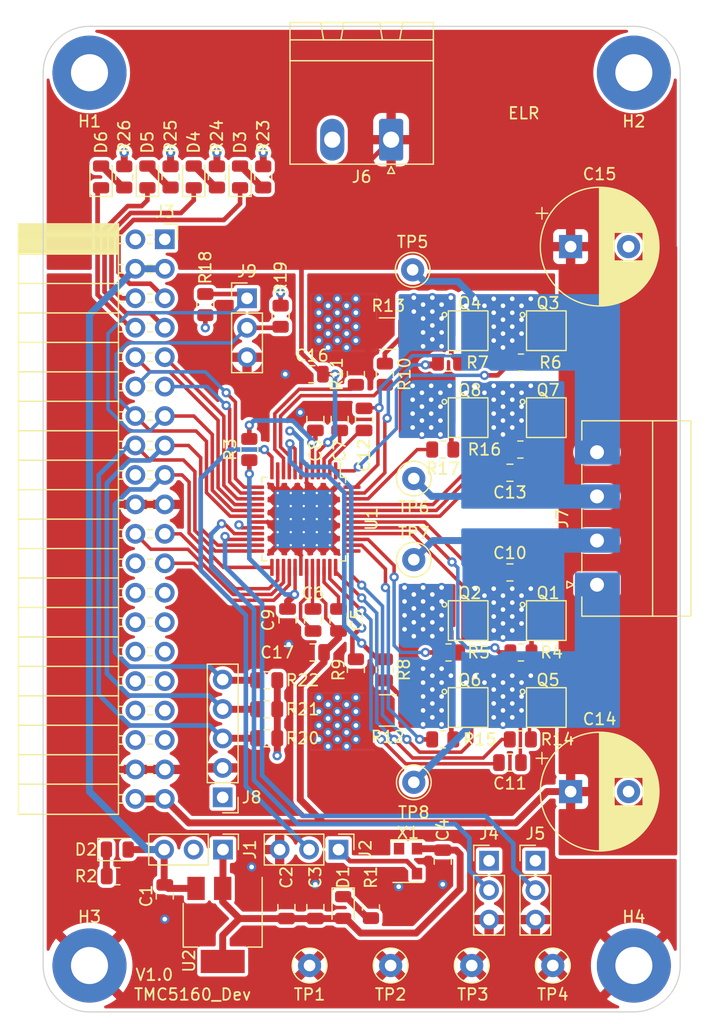
<source format=kicad_pcb>
(kicad_pcb (version 20211014) (generator pcbnew)
  (layers (0 "F.Cu" signal) (1 "In1.Cu" signal) (2 "In2.Cu" signal) (31 "B.Cu" signal) (34 "B.Paste" user) (35 "F.Paste" user) (36 "B.SilkS" user "B.Silkscreen") (37 "F.SilkS" user "F.Silkscreen") (38 "B.Mask" user) (39 "F.Mask" user) (44 "Edge.Cuts" user))
  (net 0 "")
  (net 1 "+5V")
  (net 2 "+3V3")
  (net 3 "/VM")
  (net 4 "Net-(C5-Pad2)")
  (net 5 "Net-(C6-Pad1)")
  (net 6 "Net-(C6-Pad2)")
  (net 7 "Net-(C7-Pad2)")
  (net 8 "Net-(C8-Pad2)")
  (net 9 "Net-(C9-Pad2)")
  (net 10 "/CA1")
  (net 11 "/BMA1")
  (net 12 "/CA2")
  (net 13 "/BMA2")
  (net 14 "/CB1")
  (net 15 "/BMB1")
  (net 16 "/CB2")
  (net 17 "/BMB2")
  (net 18 "Net-(D1-Pad1)")
  (net 19 "Net-(D2-Pad1)")
  (net 20 "Net-(J2-Pad1)")
  (net 21 "/CLK_16")
  (net 22 "Net-(J4-Pad2)")
  (net 23 "Net-(J5-Pad2)")
  (net 24 "Net-(Q1-Pad2)")
  (net 25 "Net-(Q2-Pad1)")
  (net 26 "Net-(Q2-Pad2)")
  (net 27 "Net-(Q3-Pad2)")
  (net 28 "Net-(Q4-Pad1)")
  (net 29 "Net-(Q4-Pad2)")
  (net 30 "/LED0")
  (net 31 "Net-(Q5-Pad2)")
  (net 32 "Net-(Q6-Pad2)")
  (net 33 "Net-(Q7-Pad2)")
  (net 34 "Net-(Q8-Pad2)")
  (net 35 "Net-(D3-Pad2)")
  (net 36 "/HA1")
  (net 37 "/LED1")
  (net 38 "Net-(D4-Pad2)")
  (net 39 "/LED2")
  (net 40 "Net-(D5-Pad2)")
  (net 41 "/LED3")
  (net 42 "Net-(D6-Pad2)")
  (net 44 "/LA1")
  (net 45 "/HB1")
  (net 46 "/LB1")
  (net 47 "/SRAH")
  (net 48 "/SRAL")
  (net 49 "/SRBH")
  (net 50 "/SRBL")
  (net 51 "/HA2")
  (net 52 "/LA2")
  (net 53 "/HB2")
  (net 54 "/LB2")
  (net 56 "GND")
  (net 70 "VCC")
  (net 71 "/CS_N")
  (net 72 "/SCK")
  (net 73 "/MOSI")
  (net 74 "/MISO")
  (net 75 "/STEP")
  (net 76 "/DIR")
  (net 77 "/ENCB")
  (net 78 "/ENCA")
  (net 79 "/ENCN")
  (net 80 "/DIAG0")
  (net 81 "/DIAG1")
  (net 82 "/DRV_EN")
  (footprint "Capacitor_THT:CP_Radial_D10.0mm_P5.00mm" (layer "F.Cu") (at 166.542323 82)
    (fp_text reference "C15")
    (fp_text value "100u")
  )
  (footprint "LED_SMD:LED_0805_2012Metric" (layer "F.Cu") (at 138 75.9875 90)
    (fp_text reference "D3")
    (fp_text value "ORANGE")
  )
  (footprint "Capacitor_SMD:C_0805_2012Metric" (layer "F.Cu") (at 144.3 114.2 -90)
    (fp_text reference "C6")
    (fp_text value "470n")
  )
  (footprint "Signetics:20N60D" (layer "F.Cu") (at 162.99 95.775)
    (fp_text reference "Q7")
    (fp_text value "20N06D")
  )
  (footprint "Capacitor_SMD:C_0805_2012Metric" (layer "F.Cu") (at 144.5 139 90)
    (fp_text reference "C3")
    (fp_text value "100n")
  )
  (footprint "Capacitor_SMD:C_0805_2012Metric" (layer "F.Cu") (at 144.2 93 180)
    (fp_text reference "C16")
    (fp_text value "100n")
  )
  (footprint "Resistor_SMD:R_0805_2012Metric" (layer "F.Cu") (at 140.3 121.9)
    (fp_text reference "R21")
    (fp_text value "2.2K")
  )
  (footprint "Signetics:20N60D" (layer "F.Cu") (at 156.24 113.275)
    (fp_text reference "Q2")
    (fp_text value "20N06D")
  )
  (footprint "Resistor_SMD:R_0805_2012Metric" (layer "F.Cu") (at 155.5 124.5 180)
    (fp_text reference "R15")
    (fp_text value "4.7")
  )
  (footprint "Connector_Phoenix_MSTB:PhoenixContact_MSTBA_2,5_2-G-5,08_1x02_P5.08mm_Horizontal" (layer "F.Cu") (at 151.04 72.7775 180)
    (fp_text reference "J6")
    (fp_text value "Conn_01x02")
  )
  (footprint "Signetics:20N60D" (layer "F.Cu") (at 162.99 120.775)
    (fp_text reference "Q5")
    (fp_text value "20N06D")
  )
  (footprint "Capacitor_SMD:C_0805_2012Metric" (layer "F.Cu") (at 131.5 138 -90)
    (fp_text reference "C1")
    (fp_text value "1u")
  )
  (footprint "Resistor_SMD:R_0805_2012Metric" (layer "F.Cu") (at 162.25 92)
    (fp_text reference "R6")
    (fp_text value "4.7")
  )
  (footprint "Connector_PinHeader_2.54mm:PinHeader_1x03_P2.54mm_Vertical" (layer "F.Cu") (at 138.6 86.46)
    (fp_text reference "J9")
    (fp_text value "Conn_01x03")
  )
  (footprint "Signetics:20N60D" (layer "F.Cu") (at 156.24 95.775)
    (fp_text reference "Q8")
    (fp_text value "20N06D")
  )
  (footprint "MountingHole:MountingHole_3.2mm_M3_Pad" (layer "F.Cu") (at 172 67)
    (fp_text reference "H2")
    (fp_text value "MountingHole_Pad")
  )
  (footprint "Capacitor_SMD:C_0805_2012Metric" (layer "F.Cu") (at 144.3 117 180)
    (fp_text reference "C17")
    (fp_text value "100n")
  )
  (footprint "Resistor_SMD:R_0805_2012Metric" (layer "F.Cu") (at 155.5 99.5 180)
    (fp_text reference "R17")
    (fp_text value "4.7")
  )
  (footprint "Resistor_SMD:R_0805_2012Metric" (layer "F.Cu") (at 141.5 88 90)
    (fp_text reference "R19")
    (fp_text value "2.2K")
  )
  (footprint "MountingHole:MountingHole_3.2mm_M3_Pad" (layer "F.Cu") (at 172 144)
    (fp_text reference "H4")
    (fp_text value "MountingHole_Pad")
  )
  (footprint "Resistor_SMD:R_1210_3225Metric" (layer "F.Cu") (at 150.75 122 180)
    (fp_text reference "R12")
    (fp_text value "0.1")
  )
  (footprint "Resistor_SMD:R_0805_2012Metric" (layer "F.Cu") (at 140.3 124.4)
    (fp_text reference "R20")
    (fp_text value "2.2K")
  )
  (footprint "Capacitor_SMD:C_0805_2012Metric" (layer "F.Cu") (at 148.7 96.9 90)
    (fp_text reference "C12")
    (fp_text value "470n")
  )
  (footprint "LED_SMD:LED_0805_2012Metric" (layer "F.Cu") (at 127.4 134)
    (fp_text reference "D2")
    (fp_text value "ORANGE")
  )
  (footprint "Capacitor_SMD:C_0805_2012Metric" (layer "F.Cu") (at 146.5 114.2 90)
    (fp_text reference "C5")
    (fp_text value "470n")
  )
  (footprint "LED_SMD:LED_0805_2012Metric" (layer "F.Cu") (at 134 75.9875 90)
    (fp_text reference "D4")
    (fp_text value "ORANGE")
  )
  (footprint "TestPoint:TestPoint_Loop_D2.50mm_Drill1.0mm" (layer "F.Cu") (at 152.9 84)
    (fp_text reference "TP5")
    (fp_text value "TestPoint")
  )
  (footprint "Capacitor_SMD:C_0805_2012Metric" (layer "F.Cu") (at 142.1 114.2 90)
    (fp_text reference "C9")
    (fp_text value "470n")
  )
  (footprint "Package_QFP:TQFP-48-1EP_7x7mm_P0.5mm_EP5x5mm_ThermalVias" (layer "F.Cu") (at 143.5 105.5 -90)
    (fp_text reference "U1")
    (fp_text value "TMC5160A-TA")
  )
  (footprint "Resistor_SMD:R_0805_2012Metric" (layer "F.Cu") (at 140.3 119.4)
    (fp_text reference "R22")
    (fp_text value "2.2K")
  )
  (footprint "LED_SMD:LED_0805_2012Metric" (layer "F.Cu") (at 126 75.9875 90)
    (fp_text reference "D6")
    (fp_text value "ORANGE")
  )
  (footprint "Resistor_SMD:R_0805_2012Metric" (layer "F.Cu") (at 150.5 93 90)
    (fp_text reference "R10")
    (fp_text value "47")
  )
  (footprint "TestPoint:TestPoint_Loop_D2.50mm_Drill1.0mm" (layer "F.Cu") (at 151 144)
    (fp_text reference "TP2")
    (fp_text value "TestPoint")
  )
  (footprint "Signetics:20N60D" (layer "F.Cu") (at 162.99 113.275)
    (fp_text reference "Q1")
    (fp_text value "20N06D")
  )
  (footprint "Capacitor_SMD:C_0805_2012Metric" (layer "F.Cu") (at 146.6 96.9 -90)
    (fp_text reference "C7")
    (fp_text value "2.2u")
  )
  (footprint "Resistor_SMD:R_0805_2012Metric" (layer "F.Cu") (at 162.2 124.5 180)
    (fp_text reference "R14")
    (fp_text value "4.7")
  )
  (footprint "Connector_PinHeader_2.54mm:PinHeader_1x05_P2.54mm_Vertical" (layer "F.Cu") (at 136.5 129.5 180)
    (fp_text reference "J8")
    (fp_text value "Conn_01x05")
  )
  (footprint "Signetics:20N60D" (layer "F.Cu") (at 156.24 88.275)
    (fp_text reference "Q4")
    (fp_text value "20N06D")
  )
  (footprint "Capacitor_SMD:C_0805_2012Metric" (layer "F.Cu") (at 161.3 110.1)
    (fp_text reference "C10")
    (fp_text value "470n")
  )
  (footprint "Connector_PinHeader_2.54mm:PinHeader_1x03_P2.54mm_Vertical" (layer "F.Cu") (at 159.5 134.96)
    (fp_text reference "J4")
    (fp_text value "Conn_01x03")
  )
  (footprint "Resistor_SMD:R_0805_2012Metric" (layer "F.Cu") (at 136 75.9875 90)
    (fp_text reference "R24")
    (fp_text value "470")
  )
  (footprint "Resistor_SMD:R_0805_2012Metric" (layer "F.Cu") (at 138.8 99.5 90)
    (fp_text reference "R3")
    (fp_text value "2R2")
  )
  (footprint "Connector_Phoenix_MC:PhoenixContact_MC_1,5_4-G-3.81_1x04_P3.81mm_Horizontal" (layer "F.Cu") (at 168.8175 111.16 90)
    (fp_text reference "J7")
    (fp_text value "Conn_01x04")
  )
  (footprint "Connector_PinHeader_2.54mm:PinHeader_1x03_P2.54mm_Vertical" (layer "F.Cu") (at 163.5 134.96)
    (fp_text reference "J5")
    (fp_text value "Conn_01x03")
  )
  (footprint "Resistor_SMD:R_0805_2012Metric" (layer "F.Cu") (at 132 75.9875 90)
    (fp_text reference "R25")
    (fp_text value "470")
  )
  (footprint "Package_TO_SOT_SMD:SOT-223-3_TabPin2" (layer "F.Cu") (at 136.5 140.5 -90)
    (fp_text reference "U2")
    (fp_text value "AMS1117-3.3")
  )
  (footprint "Signetics:20N60D" (layer "F.Cu") (at 156.24 120.775)
    (fp_text reference "Q6")
    (fp_text value "20N06D")
  )
  (footprint "Resistor_SMD:R_0805_2012Metric" (layer "F.Cu") (at 156 92)
    (fp_text reference "R7")
    (fp_text value "4.7")
  )
  (footprint "Capacitor_SMD:C_0805_2012Metric" (layer "F.Cu") (at 155.5 135 -90)
    (fp_text reference "C4")
    (fp_text value "100n")
  )
  (footprint "TestPoint:TestPoint_Loop_D2.50mm_Drill1.0mm" (layer "F.Cu") (at 153 102)
    (fp_text reference "TP6")
    (fp_text value "TestPoint")
  )
  (footprint "Capacitor_THT:CP_Radial_D10.0mm_P5.00mm" (layer "F.Cu") (at 166.542323 129)
    (fp_text reference "C14")
    (fp_text value "100u")
  )
  (footprint "Capacitor_SMD:C_0805_2012Metric" (layer "F.Cu") (at 142 139 90)
    (fp_text reference "C2")
    (fp_text value "1u")
  )
  (footprint "MountingHole:MountingHole_3.2mm_M3_Pad" (layer "F.Cu") (at 125 144)
    (fp_text reference "H3")
    (fp_text value "MountingHole_Pad")
  )
  (footprint "Resistor_SMD:R_0805_2012Metric" (layer "F.Cu") (at 149.3 139 -90)
    (fp_text reference "R1")
    (fp_text value "470")
  )
  (footprint "Resistor_SMD:R_0805_2012Metric" (layer "F.Cu") (at 127.4 136.3 180)
    (fp_text reference "R2")
    (fp_text value "2.2K")
  )
  (footprint "TestPoint:TestPoint_Loop_D2.50mm_Drill1.0mm" (layer "F.Cu") (at 153 109)
    (fp_text reference "TP7")
    (fp_text value "TestPoint")
  )
  (footprint "Capacitor_SMD:C_0805_2012Metric" (layer "F.Cu") (at 144.5 96.9 -90)
    (fp_text reference "C8")
    (fp_text value "2.2u")
  )
  (footprint "Capacitor_SMD:C_0805_2012Metric" (layer "F.Cu") (at 161.3 126.5)
    (fp_text reference "C11")
    (fp_text value "470n")
  )
  (footprint "MountingHole:MountingHole_3.2mm_M3_Pad" (layer "F.Cu") (at 125 67)
    (fp_text reference "H1")
    (fp_text value "MountingHole_Pad")
  )
  (footprint "Signetics:20N60D" (layer "F.Cu") (at 162.99 88.275)
    (fp_text reference "Q3")
    (fp_text value "20N06D")
  )
  (footprint "Resistor_SMD:R_0805_2012Metric" (layer "F.Cu") (at 156 117)
    (fp_text reference "R5")
    (fp_text value "4.7")
  )
  (footprint "TestPoint:TestPoint_Loop_D2.50mm_Drill1.0mm" (layer "F.Cu") (at 165 144)
    (fp_text reference "TP4")
    (fp_text value "TestPoint")
  )
  (footprint "Connector_PinHeader_2.54mm:PinHeader_1x03_P2.54mm_Vertical" (layer "F.Cu") (at 146.5 134 -90)
    (fp_text reference "J2")
    (fp_text value "Conn_01x03")
  )
  (footprint "Capacitor_SMD:C_0805_2012Metric" (layer "F.Cu") (at 161.3 101.5)
    (fp_text reference "C13")
    (fp_text value "470n")
  )
  (footprint "TestPoint:TestPoint_Loop_D2.50mm_Drill1.0mm" (layer "F.Cu") (at 158 144)
    (fp_text reference "TP3")
    (fp_text value "TestPoint")
  )
  (footprint "Resistor_SMD:R_0805_2012Metric" (layer "F.Cu") (at 135 87 -90)
    (fp_text reference "R18")
    (fp_text value "2.2K")
  )
  (footprint "LED_SMD:LED_0805_2012Metric" (layer "F.Cu") (at 146.9 139 -90)
    (fp_text reference "D1")
    (fp_text value "ORANGE")
  )
  (footprint "Connector_PinSocket_2.54mm:PinSocket_2x20_P2.54mm_Horizontal" (layer "F.Cu") (at 131.5 81.37)
    (fp_text reference "J3")
    (fp_text value "Conn_02x20_Odd_Even")
  )
  (footprint "Resistor_SMD:R_0805_2012Metric" (layer "F.Cu") (at 140 75.9875 90)
    (fp_text reference "R23")
    (fp_text value "470")
  )
  (footprint "Resistor_SMD:R_0805_2012Metric" (layer "F.Cu") (at 148 93 90)
    (fp_text reference "R11")
    (fp_text value "47")
  )
  (footprint "Resistor_SMD:R_0805_2012Metric" (layer "F.Cu") (at 162.25 117)
    (fp_text reference "R4")
    (fp_text value "4.7")
  )
  (footprint "TestPoint:TestPoint_Loop_D2.50mm_Drill1.0mm" (layer "F.Cu") (at 144 144)
    (fp_text reference "TP1")
    (fp_text value "TestPoint")
  )
  (footprint "Resistor_SMD:R_0805_2012Metric" (layer "F.Cu") (at 162.2 99.5 180)
    (fp_text reference "R16")
    (fp_text value "4.7")
  )
  (footprint "Resistor_SMD:R_1210_3225Metric" (layer "F.Cu") (at 150.75 89.5 180)
    (fp_text reference "R13")
    (fp_text value "0.1")
  )
  (footprint "LED_SMD:LED_0805_2012Metric" (layer "F.Cu") (at 130 75.9875 90)
    (fp_text reference "D5")
    (fp_text value "ORANGE")
  )
  (footprint "Resistor_SMD:R_0805_2012Metric" (layer "F.Cu") (at 128 75.9875 90)
    (fp_text reference "R26")
    (fp_text value "470")
  )
  (footprint "Connector_PinHeader_2.54mm:PinHeader_1x03_P2.54mm_Vertical" (layer "F.Cu") (at 136.525 134 -90)
    (fp_text reference "J1")
    (fp_text value "Conn_01x03")
  )
  (footprint "TestPoint:TestPoint_Loop_D2.50mm_Drill1.0mm" (layer "F.Cu") (at 153 128.2)
    (fp_text reference "TP8")
    (fp_text value "TestPoint")
  )
  (footprint "Oscillator:Oscillator_SMD_EuroQuartz_XO32-4Pin_3.2x2.5mm" (layer "F.Cu") (at 152.5 135)
    (fp_text reference "X1")
    (fp_text value "XO32")
  )
  (footprint "Resistor_SMD:R_0805_2012Metric" (layer "F.Cu") (at 150.5 118.5 -90)
    (fp_text reference "R8")
    (fp_text value "47")
  )
  (footprint "Resistor_SMD:R_0805_2012Metric" (layer "F.Cu") (at 148 118.5 -90)
    (fp_text reference "R9")
    (fp_text value "47")
  )
  (gr_arc locked (start 176 144) (mid 174.828427 146.828427) (end 172 148) (layer "Edge.Cuts") (width 0.1))
  (gr_line locked (start 172 63) (end 125 63) (layer "Edge.Cuts") (width 0.1))
  (gr_line locked (start 176 144) (end 176 67) (layer "Edge.Cuts") (width 0.1))
  (gr_arc locked (start 125 148) (mid 122.171573 146.828427) (end 121 144) (layer "Edge.Cuts") (width 0.1))
  (gr_arc locked (start 121 67) (mid 122.171573 64.171573) (end 125 63) (layer "Edge.Cuts") (width 0.1))
  (gr_line locked (start 125 148) (end 172 148) (layer "Edge.Cuts") (width 0.1))
  (gr_arc locked (start 172 63) (mid 174.828427 64.171573) (end 176 67) (layer "Edge.Cuts") (width 0.1))
  (gr_line locked (start 121 67) (end 121 144) (layer "Edge.Cuts") (width 0.1))
  (gr_text "V1.0" (at 130.6 144.8) (layer "F.SilkS") (effects (font (size 1 1))))
  (gr_text "TMC5160_Dev" (at 133.9 146.5) (layer "F.SilkS") (effects (font (size 1 1))))
  (gr_text "ELR" (at 162.5 70.5) (layer "F.SilkS") (effects (font (size 1 1))))
  (segment (start 131.8 137.35) (end 131.5 137.05) (width 0.6) (layer "F.Cu") (net 1))
  (segment (start 131.445 134) (end 131.445 136.995) (width 0.6) (layer "F.Cu") (net 1))
  (segment (start 131.445 136.995) (end 131.5 137.05) (width 0.6) (layer "F.Cu") (net 1))
  (segment (start 131.445 134) (end 128.3375 134) (width 0.6) (layer "F.Cu") (net 1))
  (segment (start 134.2 137.35) (end 131.8 137.35) (width 0.6) (layer "F.Cu") (net 1))
  (segment (start 130 134) (end 125 129) (width 0.6) (layer "B.Cu") (net 1))
  (segment (start 131.5 83.91) (end 128.96 83.91) (width 0.6) (layer "B.Cu") (net 1))
  (segment (start 131.445 134) (end 130 134) (width 0.6) (layer "B.Cu") (net 1))
  (segment (start 125 129) (end 125 87.87) (width 0.6) (layer "B.Cu") (net 1))
  (segment (start 125 87.87) (end 128.96 83.91) (width 0.6) (layer "B.Cu") (net 1))
  (segment (start 144.5 139.95) (end 142 139.95) (width 0.6) (layer "F.Cu") (net 2))
  (segment (start 144.5 139.95) (end 146.8875 139.95) (width 0.6) (layer "F.Cu") (net 2))
  (segment (start 146.9 139.9375) (end 147.1375 139.9375) (width 0.6) (layer "F.Cu") (net 2))
  (segment (start 153.2 141.2) (end 157 137.4) (width 0.6) (layer "F.Cu") (net 2))
  (segment (start 136.5 143.65) (end 136.5 141.4) (width 0.6) (layer "F.Cu") (net 2))
  (segment (start 157 134.4) (end 156.65 134.05) (width 0.6) (layer "F.Cu") (net 2))
  (segment (start 136.525 134) (end 136.525 137.325) (width 0.6) (layer "F.Cu") (net 2))
  (segment (start 137.95 139.95) (end 142 139.95) (width 0.6) (layer "F.Cu") (net 2))
  (segment (start 148.4 141.2) (end 153.2 141.2) (width 0.6) (layer "F.Cu") (net 2))
  (segment (start 156.65 134.05) (end 155.5 134.05) (width 0.6) (layer "F.Cu") (net 2))
  (segment (start 136.5 138.5) (end 137.95 139.95) (width 0.6) (layer "F.Cu") (net 2))
  (segment (start 136.5 141.4) (end 137.95 139.95) (width 0.6) (layer "F.Cu") (net 2))
  (segment (start 157 137.4) (end 157 134.4) (width 0.6) (layer "F.Cu") (net 2))
  (segment (start 136.525 137.325) (end 136.5 137.35) (width 0.6) (layer "F.Cu") (net 2))
  (segment (start 146.8875 139.95) (end 146.9 139.9375) (width 0.6) (layer "F.Cu") (net 2))
  (segment (start 136.5 137.35) (end 136.5 138.5) (width 0.6) (layer "F.Cu") (net 2))
  (segment (start 155.375 133.925) (end 155.5 134.05) (width 0.6) (layer "F.Cu") (net 2))
  (segment (start 153.275 133.925) (end 155.375 133.925) (width 0.6) (layer "F.Cu") (net 2))
  (segment (start 147.1375 139.9375) (end 148.4 141.2) (width 0.6) (layer "F.Cu") (net 2))
  (segment (start 146.5 115.15) (end 146.5 115.75) (width 0.6) (layer "F.Cu") (net 3))
  (segment (start 144.75 99.70605) (end 145.572681 98.883369) (width 0.3) (layer "F.Cu") (net 3))
  (segment (start 145.15 93) (end 145.1 93) (width 0.4) (layer "F.Cu") (net 3))
  (segment (start 145.1 93) (end 143.3 91.2) (width 0.4) (layer "F.Cu") (net 3))
  (segment (start 145.25 117) (end 145.25 117.85) (width 0.6) (layer "F.Cu") (net 3))
  (segment (start 143.3 80.5175) (end 151.04 72.7775) (width 0.4) (layer "F.Cu") (net 3))
  (segment (start 164.5 129) (end 166.542323 129) (width 0.6) (layer "F.Cu") (net 3))
  (segment (start 145.15 93) (end 146.2 93) (width 0.4) (layer "F.Cu") (net 3))
  (segment (start 145.4 112.777151) (end 145.4 114.05) (width 0.3) (layer "F.Cu") (net 3))
  (segment (start 146.5 115.75) (end 145.25 117) (width 0.6) (layer "F.Cu") (net 3))
  (segment (start 144.75 101.3375) (end 144.75 99.70605) (width 0.3) (layer "F.Cu") (net 3))
  (segment (start 145.25 117.85) (end 143.2 119.9) (width 0.6) (layer "F.Cu") (net 3))
  (segment (start 145.4 114.05) (end 146.5 115.15) (width 0.3) (layer "F.Cu") (net 3))
  (segment (start 143.3 91.2) (end 143.3 80.5175) (width 0.4) (layer "F.Cu") (net 3))
  (segment (start 128.96 129.63) (end 131.5 129.63) (width 0.6) (layer "F.Cu") (net 3))
  (segment (start 131.5 129.63) (end 133.57 131.7) (width 0.6) (layer "F.Cu") (net 3))
  (segment (start 143.2 129.7) (end 145.2 131.7) (width 0.6) (layer "F.Cu") (net 3))
  (segment (start 144.75 109.6625) (end 144.75 112.127151) (width 0.3) (layer "F.Cu") (net 3))
  (segment (start 133.57 131.7) (end 145.2 131.7) (width 0.6) (layer "F.Cu") (net 3))
  (segment (start 145.2 131.7) (end 161.8 131.7) (width 0.6) (layer "F.Cu") (net 3))
  (segment (start 144.75 112.127151) (end 145.4 112.777151) (width 0.3) (layer "F.Cu") (net 3))
  (segment (start 161.8 131.7) (end 164.5 129) (width 0.6) (layer "F.Cu") (net 3))
  (segment (start 143.2 119.9) (end 143.2 129.7) (width 0.6) (layer "F.Cu") (net 3))
  (via (at 145.572681 98.883369) (size 0.8) (drill 0.4) (layers "F.Cu" "B.Cu") (net 3))
  (via (at 146.2 93) (size 0.8) (drill 0.4) (layers "F.Cu" "B.Cu") (net 3))
  (segment (start 146.2 98.25605) (end 145.572681 98.883369) (width 0.4) (layer "B.Cu") (net 3))
  (segment (start 146.2 93) (end 146.2 98.25605) (width 0.4) (layer "B.Cu") (net 3))
  (segment (start 146.5 112.2) (end 146.5 113.25) (width 0.3) (layer "F.Cu") (net 4))
  (segment (start 145.25 110.95) (end 146.5 112.2) (width 0.3) (layer "F.Cu") (net 4))
  (segment (start 145.25 109.6625) (end 145.25 110.95) (width 0.3) (layer "F.Cu") (net 4))
  (segment (start 144.25 113.2) (end 144.3 113.25) (width 0.3) (layer "F.Cu") (net 5))
  (segment (start 144.25 109.6625) (end 144.25 113.2) (width 0.3) (layer "F.Cu") (net 5))
  (segment (start 143.22548 112.751671) (end 143.22548 114.07548) (width 0.3) (layer "F.Cu") (net 6))
  (segment (start 143.22548 114.07548) (end 144.3 115.15) (width 0.3) (layer "F.Cu") (net 6))
  (segment (start 143.75 112.227151) (end 143.22548 112.751671) (width 0.3) (layer "F.Cu") (net 6))
  (segment (start 143.75 109.6625) (end 143.75 112.227151) (width 0.3) (layer "F.Cu") (net 6))
  (segment (start 146.6 98.943212) (end 146.6 97.85) (width 0.3) (layer "F.Cu") (net 7))
  (segment (start 145.25 100.293212) (end 146.6 98.943212) (width 0.3) (layer "F.Cu") (net 7))
  (segment (start 145.25 101.3375) (end 145.25 100.293212) (width 0.3) (layer "F.Cu") (net 7))
  (segment (start 138.8 98.5875) (end 138.8 97.4) (width 0.4) (layer "F.Cu") (net 8))
  (segment (start 144.5 97.85) (end 144.5 98.6) (width 0.4) (layer "F.Cu") (net 8))
  (segment (start 144.5 98.6) (end 144.2 98.9) (width 0.4) (layer "F.Cu") (net 8))
  (segment (start 144.2 98.9) (end 144.25 98.95) (width 0.3) (layer "F.Cu") (net 8))
  (segment (start 144.25 98.95) (end 144.25 101.3375) (width 0.3) (layer "F.Cu") (net 8))
  (via (at 138.8 97.4) (size 0.8) (drill 0.4) (layers "F.Cu" "B.Cu") (net 8))
  (via (at 144.2 98.9) (size 0.8) (drill 0.4) (layers "F.Cu" "B.Cu") (net 8))
  (segment (start 142.53068 97) (end 139.2 97) (width 0.4) (layer "B.Cu") (net 8))
  (segment (start 139.2 97) (end 138.8 97.4) (width 0.4) (layer "B.Cu") (net 8))
  (segment (start 144.2 98.66932) (end 142.53068 97) (width 0.4) (layer "B.Cu") (net 8))
  (segment (start 144.2 98.9) (end 144.2 98.66932) (width 0.4) (layer "B.Cu") (net 8))
  (segment (start 142.7 112) (end 142.75 111.95) (width 0.3) (layer "F.Cu") (net 9))
  (segment (start 138.8 100.4125) (end 138.8 101.6) (width 0.4) (layer "F.Cu") (net 9))
  (segment (start 142.1 113.25) (end 142.1 112.6) (width 0.6) (layer "F.Cu") (net 9))
  (segment (start 142.1 112.6) (end 142.7 112) (width 0.6) (layer "F.Cu") (net 9))
  (segment (start 142.75 111.95) (end 142.75 109.6625) (width 0.3) (layer "F.Cu") (net 9))
  (via (at 142.7 112) (size 0.8) (drill 0.4) (layers "F.Cu" "B.Cu") (net 9))
  (via (at 138.8 101.6) (size 0.8) (drill 0.4) (layers "F.Cu" "B.Cu") (net 9))
  (segment (start 138.8 108.9) (end 138.8 101.6) (width 0.4) (layer "B.Cu") (net 9))
  (segment (start 141.9 112) (end 138.8 108.9) (width 0.4) (layer "B.Cu") (net 9))
  (segment (start 142.7 112) (end 141.9 112) (width 0.4) (layer "B.Cu") (net 9))
  (segment (start 153.95 105.75) (end 158.3 110.1) (width 0.3) (layer "F.Cu") (net 10))
  (segment (start 158.3 110.1) (end 160.35 110.1) (width 0.3) (layer "F.Cu") (net 10))
  (segment (start 147.6625 105.75) (end 153.95 105.75) (width 0.3) (layer "F.Cu") (net 10))
  (segment (start 152.75 106.75) (end 157.5 111.5) (width 0.3) (layer "F.Cu") (net 11))
  (segment (start 158.3 111.5) (end 157.5 111.5) (width 0.3) (layer "F.Cu") (net 11))
  (segment (start 162.25 110.1) (end 162.25 112.05) (width 0.3) (layer "F.Cu") (net 11))
  (segment (start 147.6625 106.75) (end 152.75 106.75) (width 0.3) (layer "F.Cu") (net 11))
  (segment (start 162.25 112.05) (end 162.3 112.1) (width 0.3) (layer "F.Cu") (net 11))
  (via (at 161.5 111.5) (size 0.8) (drill 0.4) (layers "F.Cu" "B.Cu") (net 11))
  (via (at 162.3 113.3) (size 0.8) (drill 0.4) (layers "F.Cu" "B.Cu") (net 11))
  (via (at 158.3 111.5) (size 0.8) (drill 0.4) (layers "F.Cu" "B.Cu") (net 11))
  (via (at 159.9 112.7) (size 0.8) (drill 0.4) (layers "F.Cu" "B.Cu") (net 11))
  (via (at 161.5 113.9) (size 0.8) (drill 0.4) (layers "F.Cu" "B.Cu") (net 11))
  (via (at 159.1 112.1) (size 0.8) (drill 0.4) (layers "F.Cu" "B.Cu") (net 11))
  (via (at 160.7 113.3) (size 0.8) (drill 0.4) (layers "F.Cu" "B.Cu") (net 11))
  (via (at 160.7 114.5) (size 0.8) (drill 0.4) (layers "F.Cu" "B.Cu") (net 11))
  (via (at 160.7 112.1) (size 0.8) (drill 0.4) (layers "F.Cu" "B.Cu") (net 11))
  (via (at 161.5 112.7) (size 0.8) (drill 0.4) (layers "F.Cu" "B.Cu") (net 11))
  (via (at 159.9 115.1) (size 0.8) (drill 0.4) (layers "F.Cu" "B.Cu") (net 11))
  (via (at 163.1 111.5) (size 0.8) (drill 0.4) (layers "F.Cu" "B.Cu") (net 11))
  (via (at 159.9 111.5) (size 0.8) (drill 0.4) (layers "F.Cu" "B.Cu") (net 11))
  (via (at 162.3 112.1) (size 0.8) (drill 0.4) (layers "F.Cu" "B.Cu") (net 11))
  (via (at 160.7 115.7) (size 0.8) (drill 0.4) (layers "F.Cu" "B.Cu") (net 11))
  (via (at 161.5 115.1) (size 0.8) (drill 0.4) (layers "F.Cu" "B.Cu") (net 11))
  (via (at 159.9 113.9) (size 0.8) (drill 0.4) (layers "F.Cu" "B.Cu") (net 11))
  (via (at 162.3 114.5) (size 0.8) (drill 0.4) (layers "F.Cu" "B.Cu") (net 11))
  (segment (start 154.65 107.35) (end 153 109) (width 0.6) (layer "B.Cu") (net 11))
  (segment (start 168.8175 107.35) (end 154.65 107.35) (width 0.6) (layer "B.Cu") (net 11))
  (segment (start 154.500962 126.599038) (end 154.5 126.6) (width 0.3) (layer "F.Cu") (net 12))
  (segment (start 152.3 126.6) (end 150.2 124.5) (width 0.3) (layer "F.Cu") (net 12))
  (segment (start 160.250961 126.599039) (end 154.500962 126.599038) (width 0.3) (layer "F.Cu") (net 12))
  (segment (start 148.5 113.4) (end 148.5 113.393572) (width 0.3) (layer "F.Cu") (net 12))
  (segment (start 148.5 113.393572) (end 145.75 110.643572) (width 0.3) (layer "F.Cu") (net 12))
  (segment (start 154.5 126.6) (end 152.3 126.6) (width 0.3) (layer "F.Cu") (net 12))
  (segment (start 145.75 110.643572) (end 145.75 109.6625) (width 0.3) (layer "F.Cu") (net 12))
  (segment (start 160.35 126.5) (end 160.250961 126.599039) (width 0.3) (layer "F.Cu") (net 12))
  (via (at 148.5 113.4) (size 0.8) (drill 0.4) (layers "F.Cu" "B.Cu") (net 12))
  (via (at 150.2 124.5) (size 0.8) (drill 0.4) (layers "F.Cu" "B.Cu") (net 12))
  (segment (start 148.5 113.4) (end 149.3 114.2) (width 0.3) (layer "B.Cu") (net 12))
  (segment (start 149.3 123.6) (end 150.2 124.5) (width 0.3) (layer "B.Cu") (net 12))
  (segment (start 149.3 114.2) (end 149.3 123.6) (width 0.3) (layer "B.Cu") (net 12))
  (segment (start 153.5 125.6) (end 152.4 124.5) (width 0.3) (layer "F.Cu") (net 13))
  (segment (start 147.6625 110.3625) (end 147.6625 108.25) (width 0.3) (layer "F.Cu") (net 13))
  (segment (start 148.5 111.2) (end 147.6625 110.3625) (width 0.3) (layer "F.Cu") (net 13))
  (segment (start 158 121.75) (end 158 124.7) (width 0.3) (layer "F.Cu") (net 13))
  (segment (start 162.2 123.3) (end 162.2 126.45) (width 0.3) (layer "F.Cu") (net 13))
  (segment (start 161.5 122.6) (end 162.2 123.3) (width 0.3) (layer "F.Cu") (net 13))
  (segment (start 158 124.7) (end 157.1 125.6) (width 0.3) (layer "F.Cu") (net 13))
  (segment (start 157.1 125.6) (end 153.5 125.6) (width 0.3) (layer "F.Cu") (net 13))
  (segment (start 162.2 126.45) (end 162.25 126.5) (width 0.3) (layer "F.Cu") (net 13))
  (via (at 152.4 124.5) (size 0.8) (drill 0.4) (layers "F.Cu" "B.Cu") (net 13))
  (via (at 161.5 119) (size 0.8) (drill 0.4) (layers "F.Cu" "B.Cu") (net 13))
  (via (at 160.7 122) (size 0.8) (drill 0.4) (layers "F.Cu" "B.Cu") (net 13))
  (via (at 161.5 121.4) (size 0.8) (drill 0.4) (layers "F.Cu" "B.Cu") (net 13))
  (via (at 163.1 119) (size 0.8) (drill 0.4) (layers "F.Cu" "B.Cu") (net 13))
  (via (at 158.3 119) (size 0.8) (drill 0.4) (layers "F.Cu" "B.Cu") (net 13))
  (via (at 159.9 122.6) (size 0.8) (drill 0.4) (layers "F.Cu" "B.Cu") (net 13))
  (via (at 148.5 111.2) (size 0.8) (drill 0.4) (layers "F.Cu" "B.Cu") (net 13))
  (via (at 161.5 120.2) (size 0.8) (drill 0.4) (layers "F.Cu" "B.Cu") (net 13))
  (via (at 161.5 122.6) (size 0.8) (drill 0.4) (layers "F.Cu" "B.Cu") (net 13))
  (via (at 157.5 119.6) (size 0.8) (drill 0.4) (layers "F.Cu" "B.Cu") (net 13))
  (via (at 159.9 120.2) (size 0.8) (drill 0.4) (layers "F.Cu" "B.Cu") (net 13))
  (via (at 159.1 119.6) (size 0.8) (drill 0.4) (layers "F.Cu" "B.Cu") (net 13))
  (via (at 159.9 121.4) (size 0.8) (drill 0.4) (layers "F.Cu" "B.Cu") (net 13))
  (via (at 162.3 119.6) (size 0.8) (drill 0.4) (layers "F.Cu" "B.Cu") (net 13))
  (via (at 162.3 122) (size 0.8) (drill 0.4) (layers "F.Cu" "B.Cu") (net 13))
  (via (at 162.3 120.8) (size 0.8) (drill 0.4) (layers "F.Cu" "B.Cu") (net 13))
  (via (at 160.7 123.2) (size 0.8) (drill 0.4) (layers "F.Cu" "B.Cu") (net 13))
  (via (at 159.9 119) (size 0.8) (drill 0.4) (layers "F.Cu" "B.Cu") (net 13))
  (via (at 160.7 119.6) (size 0.8) (drill 0.4) (layers "F.Cu" "B.Cu") (net 13))
  (via (at 160.7 120.8) (size 0.8) (drill 0.4) (layers "F.Cu" "B.Cu") (net 13))
  (segment (start 150.3 122.4) (end 152.4 124.5) (width 0.3) (layer "B.Cu") (net 13))
  (segment (start 148.5 111.2) (end 150.3 113) (width 0.3) (layer "B.Cu") (net 13))
  (segment (start 158.6 122.6) (end 159.9 122.6) (width 0.6) (layer "B.Cu") (net 13))
  (segment (start 153 128.2) (end 158.6 122.6) (width 0.6) (layer "B.Cu") (net 13))
  (segment (start 150.3 113) (end 150.3 122.4) (width 0.3) (layer "B.Cu") (net 13))
  (segment (start 148.7 97.85) (end 148.399639 97.85) (width 0.3) (layer "F.Cu") (net 14))
  (segment (start 148.399639 97.85) (end 145.75 100.499639) (width 0.3) (layer "F.Cu") (net 14))
  (segment (start 145.75 100.499639) (end 145.75 101.3375) (width 0.3) (layer "F.Cu") (net 14))
  (segment (start 149.9 96) (end 149.9 100.8) (width 0.3) (layer "F.Cu") (net 15))
  (segment (start 148.75 95.9) (end 148.7 95.95) (width 0.3) (layer "F.Cu") (net 15))
  (segment (start 150 95.9) (end 149.9 96) (width 0.3) (layer "F.Cu") (net 15))
  (segment (start 147.95 102.75) (end 147.6625 102.75) (width 0.3) (layer "F.Cu") (net 15))
  (segment (start 150 95.9) (end 148.75 95.9) (width 0.3) (layer "F.Cu") (net 15))
  (segment (start 149.9 100.8) (end 147.95 102.75) (width 0.3) (layer "F.Cu") (net 15))
  (via (at 160.7 89.5) (size 0.8) (drill 0.4) (layers "F.Cu" "B.Cu") (net 15))
  (via (at 161.5 90.1) (size 0.8) (drill 0.4) (layers "F.Cu" "B.Cu") (net 15))
  (via (at 159.1 87.1) (size 0.8) (drill 0.4) (layers "F.Cu" "B.Cu") (net 15))
  (via (at 160.7 90.7) (size 0.8) (drill 0.4) (layers "F.Cu" "B.Cu") (net 15))
  (via (at 159.9 88.9) (size 0.8) (drill 0.4) (layers "F.Cu" "B.Cu") (net 15))
  (via (at 159.9 87.7) (size 0.8) (drill 0.4) (layers "F.Cu" "B.Cu") (net 15))
  (via (at 157.5 87.1) (size 0.8) (drill 0.4) (layers "F.Cu" "B.Cu") (net 15))
  (via (at 161.5 88.9) (size 0.8) (drill 0.4) (layers "F.Cu" "B.Cu") (net 15))
  (via (at 161.5 86.5) (size 0.8) (drill 0.4) (layers "F.Cu" "B.Cu") (net 15))
  (via (at 150 95.9) (size 0.8) (drill 0.4) (layers "F.Cu" "B.Cu") (net 15))
  (via (at 158.3 86.5) (size 0.8) (drill 0.4) (layers "F.Cu" "B.Cu") (net 15))
  (via (at 160.7 87.1) (size 0.8) (drill 0.4) (layers "F.Cu" "B.Cu") (net 15))
  (via (at 159.9 90.1) (size 0.8) (drill 0.4) (layers "F.Cu" "B.Cu") (net 15))
  (via (at 159.9 86.5) (size 0.8) (drill 0.4) (layers "F.Cu" "B.Cu") (net 15))
  (via (at 162.3 88.3) (size 0.8) (drill 0.4) (layers "F.Cu" "B.Cu") (net 15))
  (via (at 160.7 88.3) (size 0.8) (drill 0.4) (layers "F.Cu" "B.Cu") (net 15))
  (via (at 163.1 86.5) (size 0.8) (drill 0.4) (layers "F.Cu" "B.Cu") (net 15))
  (via (at 162.3 87.1) (size 0.8) (drill 0.4) (layers "F.Cu" "B.Cu") (net 15))
  (via (at 162.3 89.5) (size 0.8) (drill 0.4) (layers "F.Cu" "B.Cu") (net 15))
  (via (at 161.5 87.7) (size 0.8) (drill 0.4) (layers "F.Cu" "B.Cu") (net 15))
  (segment (start 156.8 85) (end 158.3 86.5) (width 0.6) (layer "B.Cu") (net 15))
  (segment (start 150.1 94.2) (end 152.9 91.4) (width 0.3) (layer "B.Cu") (net 15))
  (segment (start 153.9 85) (end 156.8 85) (width 0.6) (layer "B.Cu") (net 15))
  (segment (start 150 95.9) (end 150.1 95.8) (width 0.3) (layer "B.Cu") (net 15))
  (segment (start 152.9 84) (end 153.9 85) (width 0.6) (layer "B.Cu") (net 15))
  (segment (start 150.1 95.8) (end 150.1 94.2) (width 0.3) (layer "B.Cu") (net 15))
  (segment (start 158.6 91.4) (end 159.9 90.1) (width 0.3) (layer "B.Cu") (net 15))
  (segment (start 152.9 91.4) (end 158.6 91.4) (width 0.3) (layer "B.Cu") (net 15))
  (segment (start 160.35 101.5) (end 159 101.5) (width 0.3) (layer "F.Cu") (net 16))
  (segment (start 147.6625 105.25) (end 155.25 105.25) (width 0.3) (layer "F.Cu") (net 16))
  (segment (start 155.25 105.25) (end 159 101.5) (width 0.3) (layer "F.Cu") (net 16))
  (segment (start 162.2 101.45) (end 162.2 98.3) (width 0.3) (layer "F.Cu") (net 17))
  (segment (start 162.25 101.5) (end 162.2 101.45) (width 0.3) (layer "F.Cu") (net 17))
  (segment (start 154.65 104.25) (end 160.7 98.2) (width 0.3) (layer "F.Cu") (net 17))
  (segment (start 147.6625 104.25) (end 154.65 104.25) (width 0.3) (layer "F.Cu") (net 17))
  (segment (start 162.2 98.3) (end 161.5 97.6) (width 0.3) (layer "F.Cu") (net 17))
  (via (at 157.5 94.6) (size 0.8) (drill 0.4) (layers "F.Cu" "B.Cu") (net 17))
  (via (at 160.7 97) (size 0.8) (drill 0.4) (layers "F.Cu" "B.Cu") (net 17))
  (via (at 162.3 97) (size 0.8) (drill 0.4) (layers "F.Cu" "B.Cu") (net 17))
  (via (at 160.7 95.8) (size 0.8) (drill 0.4) (layers "F.Cu" "B.Cu") (net 17))
  (via (at 159.9 94) (size 0.8) (drill 0.4) (layers "F.Cu" "B.Cu") (net 17))
  (via (at 161.5 95.2) (size 0.8) (drill 0.4) (layers "F.Cu" "B.Cu") (net 17))
  (via (at 162.3 95.8) (size 0.8) (drill 0.4) (layers "F.Cu" "B.Cu") (net 17))
  (via (at 160.7 94.6) (size 0.8) (drill 0.4) (layers "F.Cu" "B.Cu") (net 17))
  (via (at 161.5 94) (size 0.8) (drill 0.4) (layers "F.Cu" "B.Cu") (net 17))
  (via (at 162.3 94.6) (size 0.8) (drill 0.4) (layers "F.Cu" "B.Cu") (net 17))
  (via (at 158.3 94.1) (size 0.8) (drill 0.4) (layers "F.Cu" "B.Cu") (net 17))
  (via (at 159.9 96.4) (size 0.8) (drill 0.4) (layers "F.Cu" "B.Cu") (net 17))
  (via (at 161.5 96.4) (size 0.8) (drill 0.4) (layers "F.Cu" "B.Cu") (net 17))
  (via (at 159.1 94.6) (size 0.8) (drill 0.4) (layers "F.Cu" "B.Cu") (net 17))
  (via (at 160.7 98.2) (size 0.8) (drill 0.4) (layers "F.Cu" "B.Cu") (net 17))
  (via (at 163.1 94) (size 0.8) (drill 0.4) (layers "F.Cu" "B.Cu") (net 17))
  (via (at 159.9 95.2) (size 0.8) (drill 0.4) (layers "F.Cu" "B.Cu") (net 17))
  (via (at 161.5 97.6) (size 0.8) (drill 0.4) (layers "F.Cu" "B.Cu") (net 17))
  (via (at 159.9 97.6) (size 0.8) (drill 0.4) (layers "F.Cu" "B.Cu") (net 17))
  (segment (start 168.8175 103.54) (end 154.54 103.54) (width 0.6) (layer "B.Cu") (net 17))
  (segment (start 154.54 103.54) (end 153 102) (width 0.6) (layer "B.Cu") (net 17))
  (segment (start 146.9 138.0625) (end 147.1625 138.0625) (width 0.6) (layer "F.Cu") (net 18))
  (segment (start 149.0125 139.9125) (end 149.3 139.9125) (width 0.6) (layer "F.Cu") (net 18))
  (segment (start 147.1625 138.0625) (end 149.0125 139.9125) (width 0.6) (layer "F.Cu") (net 18))
  (segment (start 126.4625 136.275) (end 126.4875 136.3) (width 0.6) (layer "F.Cu") (net 19))
  (segment (start 126.4625 134) (end 126.4625 136.275) (width 0.6) (layer "F.Cu") (net 19))
  (segment (start 153.275 136.075) (end 153.275 135.875) (width 0.4) (layer "F.Cu") (net 20))
  (segment (start 152.4 135) (end 147.5 135) (width 0.4) (layer "F.Cu") (net 20))
  (segment (start 147.5 135) (end 146.5 134) (width 0.4) (layer "F.Cu") (net 20))
  (segment (start 153.275 135.875) (end 152.4 135) (width 0.4) (layer "F.Cu") (net 20))
  (segment (start 140.75 100.15) (end 140.75 101.3375) (width 0.3) (layer "F.Cu") (net 21))
  (segment (start 140.1 99.5) (end 140.75 100.15) (width 0.3) (layer "F.Cu") (net 21))
  (via (at 140.1 99.5) (size 0.8) (drill 0.4) (layers "F.Cu" "B.Cu") (net 21))
  (segment (start 134.6 109.9) (end 138.5 113.8) (width 0.4) (layer "B.Cu") (net 21))
  (segment (start 134.6 102) (end 134.6 109.9) (width 0.4) (layer "B.Cu") (net 21))
  (segment (start 138.5 128.54) (end 143.96 134) (width 0.4) (layer "B.Cu") (net 21))
  (segment (start 140.1 99.5) (end 137.1 99.5) (width 0.4) (layer "B.Cu") (net 21))
  (segment (start 137.1 99.5) (end 134.6 102) (width 0.4) (layer "B.Cu") (net 21))
  (segment (start 138.5 113.8) (end 138.5 128.54) (width 0.4) (layer "B.Cu") (net 21))
  (segment (start 139.3375 106.75) (end 137.50997 106.75) (width 0.3) (layer "F.Cu") (net 22))
  (segment (start 137.50997 106.75) (end 136.65997 105.9) (width 0.3) (layer "F.Cu") (net 22))
  (segment (start 136.65997 105.9) (end 136.4 105.9) (width 0.3) (layer "F.Cu") (net 22))
  (via (at 136.4 105.9) (size 0.8) (drill 0.4) (layers "F.Cu" "B.Cu") (net 22))
  (segment (start 156.6 131.8) (end 157.8 133) (width 0.4) (layer "B.Cu") (net 22))
  (segment (start 136.4 105.9) (end 135.5 106.8) (width 0.4) (layer "B.Cu") (net 22))
  (segment (start 135.5 106.8) (end 135.5 109.6) (width 0.4) (layer "B.Cu") (net 22))
  (segment (start 157.8 133) (end 157.8 135.8) (width 0.4) (layer "B.Cu") (net 22))
  (segment (start 157.8 135.8) (end 159.5 137.5) (width 0.4) (layer "B.Cu") (net 22))
  (segment (start 143 131.8) (end 156.6 131.8) (width 0.4) (layer "B.Cu") (net 22))
  (segment (start 135.5 109.6) (end 139.2 113.3) (width 0.4) (layer "B.Cu") (net 22))
  (segment (start 139.2 113.3) (end 139.2 128) (width 0.4) (layer "B.Cu") (net 22))
  (segment (start 139.2 128) (end 143 131.8) (width 0.4) (layer "B.Cu") (net 22))
  (segment (start 136.7 107) (end 136.95 107.25) (width 0.3) (layer "F.Cu") (net 23))
  (segment (start 136.95 107.25) (end 139.3375 107.25) (width 0.3) (layer "F.Cu") (net 23))
  (via (at 136.7 107) (size 0.8) (drill 0.4) (layers "F.Cu" "B.Cu") (net 23))
  (segment (start 161.6 135.6) (end 163.5 137.5) (width 0.4) (layer "B.Cu") (net 23))
  (segment (start 139.9 112.8) (end 139.9 127.6) (width 0.4) (layer "B.Cu") (net 23))
  (segment (start 159.2 131.1) (end 161.6 133.5) (width 0.4) (layer "B.Cu") (net 23))
  (segment (start 136.7 109.6) (end 139.9 112.8) (width 0.4) (layer "B.Cu") (net 23))
  (segment (start 139.9 127.6) (end 143.4 131.1) (width 0.4) (layer "B.Cu") (net 23))
  (segment (start 136.7 107) (end 136.7 109.6) (width 0.4) (layer "B.Cu") (net 23))
  (segment (start 161.6 133.5) (end 161.6 135.6) (width 0.4) (layer "B.Cu") (net 23))
  (segment (start 143.4 131.1) (end 159.2 131.1) (width 0.4) (layer "B.Cu") (net 23))
  (segment (start 162.99 115.225) (end 163.1625 115.3975) (width 0.4) (layer "F.Cu") (net 24))
  (segment (start 163.1625 115.3975) (end 163.1625 117) (width 0.4) (layer "F.Cu") (net 24))
  (segment (start 152.2125 122) (end 152.2125 121.125) (width 0.4) (layer "F.Cu") (net 25))
  (segment (start 152.2125 121.125) (end 150.5 119.4125) (width 0.4) (layer "F.Cu") (net 25))
  (via (at 153.8 111.4) (size 0.8) (drill 0.4) (layers "F.Cu" "B.Cu") (net 25))
  (via (at 154.6 113.2) (size 0.8) (drill 0.4) (layers "F.Cu" "B.Cu") (net 25))
  (via (at 153.8 120.8) (size 0.8) (drill 0.4) (layers "F.Cu" "B.Cu") (net 25))
  (via (at 152.2 112.6) (size 0.8) (drill 0.4) (layers "F.Cu" "B.Cu") (net 25))
  (via (at 156.2 119) (size 0.8) (drill 0.4) (layers "F.Cu" "B.Cu") (net 25))
  (via (at 153 112) (size 0.8) (drill 0.4) (layers "F.Cu" "B.Cu") (net 25))
  (via (at 155.4 115) (size 0.8) (drill 0.4) (layers "F.Cu" "B.Cu") (net 25))
  (via (at 155.4 119.6) (size 0.8) (drill 0.4) (layers "F.Cu" "B.Cu") (net 25))
  (via (at 153 114.4) (size 0.8) (drill 0.4) (layers "F.Cu" "B.Cu") (net 25))
  (via (at 152.2 115) (size 0.8) (drill 0.4) (layers "F.Cu" "B.Cu") (net 25))
  (via (at 153 113.2) (size 0.8) (drill 0.4) (layers "F.Cu" "B.Cu") (net 25))
  (via (at 154.6 115.6) (size 0.8) (drill 0.4) (layers "F.Cu" "B.Cu") (net 25))
  (via (at 153.8 118.4) (size 0.8) (drill 0.4) (layers "F.Cu" "B.Cu") (net 25))
  (via (at 153.8 119.6) (size 0.8) (drill 0.4) (layers "F.Cu" "B.Cu") (net 25))
  (via (at 155.4 118.4) (size 0.8) (drill 0.4) (layers "F.Cu" "B.Cu") (net 25))
  (via (at 153.8 122) (size 0.8) (drill 0.4) (layers "F.Cu" "B.Cu") (net 25))
  (via (at 153 115.6) (size 0.8) (drill 0.4) (layers "F.Cu" "B.Cu") (net 25))
  (via (at 154.6 119) (size 0.8) (drill 0.4) (layers "F.Cu" "B.Cu") (net 25))
  (via (at 155.4 120.8) (size 0.8) (drill 0.4) (layers "F.Cu" "B.Cu") (net 25))
  (via (at 155.4 113.8) (size 0.8) (drill 0.4) (layers "F.Cu" "B.Cu") (net 25))
  (via (at 155.4 123.2) (size 0.8) (drill 0.4) (layers "F.Cu" "B.Cu") (net 25))
  (via (at 155.4 111.4) (size 0.8) (drill 0.4) (layers "F.Cu" "B.Cu") (net 25))
  (via (at 153.8 113.8) (size 0.8) (drill 0.4) (layers "F.Cu" "B.Cu") (net 25))
  (via (at 152.2 111.4) (size 0.8) (drill 0.4) (layers "F.Cu" "B.Cu") (net 25))
  (via (at 153.8 112.6) (size 0.8) (drill 0.4) (layers "F.Cu" "B.Cu") (net 25))
  (via (at 155.4 122) (size 0.8) (drill 0.4) (layers "F.Cu" "B.Cu") (net 25))
  (via (at 153.8 115) (size 0.8) (drill 0.4) (layers "F.Cu" "B.Cu") (net 25))
  (via (at 153.8 123.2) (size 0.8) (drill 0.4) (layers "F.Cu" "B.Cu") (net 25))
  (via (at 154.6 114.4) (size 0.8) (drill 0.4) (layers "F.Cu" "B.Cu") (net 25))
  (via (at 154.6 121.4) (size 0.8) (drill 0.4) (layers "F.Cu" "B.Cu") (net 25))
  (via (at 152.2 113.8) (size 0.8) (drill 0.4) (layers "F.Cu" "B.Cu") (net 25))
  (via (at 154.6 120.2) (size 0.8) (drill 0.4) (layers "F.Cu" "B.Cu") (net 25))
  (via (at 154.6 122.6) (size 0.8) (drill 0.4) (layers "F.Cu" "B.Cu") (net 25))
  (via (at 155.4 112.6) (size 0.8) (drill 0.4) (layers "F.Cu" "B.Cu") (net 25))
  (via (at 154.6 112) (size 0.8) (drill 0.4) (layers "F.Cu" "B.Cu") (net 25))
  (segment (start 156.24 115.225) (end 156.24 116.3275) (width 0.4) (layer "F.Cu") (net 26))
  (segment (start 156.24 116.3275) (end 156.9125 117) (width 0.4) (layer "F.Cu") (net 26))
  (segment (start 162.99 90.225) (end 162.99 91.8275) (width 0.4) (layer "F.Cu") (net 27))
  (segment (start 162.99 91.8275) (end 163.1625 92) (width 0.4) (layer "F.Cu") (net 27))
  (segment (start 150.5 91.2125) (end 152.2125 89.5) (width 0.4) (layer "F.Cu") (net 28))
  (segment (start 150.5 92.0875) (end 150.5 91.2125) (width 0.4) (layer "F.Cu") (net 28))
  (via (at 152.9 97.6) (size 0.8) (drill 0.4) (layers "F.Cu" "B.Cu") (net 28))
  (via (at 155.3 98.2) (size 0.8) (drill 0.4) (layers "F.Cu" "B.Cu") (net 28))
  (via (at 156.1 94) (size 0.8) (drill 0.4) (layers "F.Cu" "B.Cu") (net 28))
  (via (at 155.4 88.2) (size 0.8) (drill 0.4) (layers "F.Cu" "B.Cu") (net 28))
  (via (at 155.3 95.8) (size 0.8) (drill 0.4) (layers "F.Cu" "B.Cu") (net 28))
  (via (at 156.2 86.4) (size 0.8) (drill 0.4) (layers "F.Cu" "B.Cu") (net 28))
  (via (at 153 86.4) (size 0.8) (drill 0.4) (layers "F.Cu" "B.Cu") (net 28))
  (via (at 152.9 95.2) (size 0.8) (drill 0.4) (layers "F.Cu" "B.Cu") (net 28))
  (via (at 153.8 87) (size 0.8) (drill 0.4) (layers "F.Cu" "B.Cu") (net 28))
  (via (at 155.4 89.4) (size 0.8) (drill 0.4) (layers "F.Cu" "B.Cu") (net 28))
  (via (at 153.7 95.8) (size 0.8) (drill 0.4) (layers "F.Cu" "B.Cu") (net 28))
  (via (at 154.5 95.2) (size 0.8) (drill 0.4) (layers "F.Cu" "B.Cu") (net 28))
  (via (at 153.7 97) (size 0.8) (drill 0.4) (layers "F.Cu" "B.Cu") (net 28))
  (via (at 154.5 94) (size 0.8) (drill 0.4) (layers "F.Cu" "B.Cu") (net 28))
  (via (at 154.6 87.6) (size 0.8) (drill 0.4) (layers "F.Cu" "B.Cu") (net 28))
  (via (at 153.8 88.2) (size 0.8) (drill 0.4) (layers "F.Cu" "B.Cu") (net 28))
  (via (at 155.3 94.6) (size 0.8) (drill 0.4) (layers "F.Cu" "B.Cu") (net 28))
  (via (at 153 87.6) (size 0.8) (drill 0.4) (layers "F.Cu" "B.Cu") (net 28))
  (via (at 155.4 90.6) (size 0.8) (drill 0.4) (layers "F.Cu" "B.Cu") (net 28))
  (via (at 153.8 90.6) (size 0.8) (drill 0.4) (layers "F.Cu" "B.Cu") (net 28))
  (via (at 154.5 96.4) (size 0.8) (drill 0.4) (layers "F.Cu" "B.Cu") (net 28))
  (via (at 155.3 97) (size 0.8) (drill 0.4) (layers "F.Cu" "B.Cu") (net 28))
  (via (at 152.9 94) (size 0.8) (drill 0.4) (layers "F.Cu" "B.Cu") (net 28))
  (via (at 153.7 98.2) (size 0.8) (drill 0.4) (layers "F.Cu" "B.Cu") (net 28))
  (via (at 152.9 96.4) (size 0.8) (drill 0.4) (layers "F.Cu" "B.Cu") (net 28))
  (via (at 155.4 87) (size 0.8) (drill 0.4) (layers "F.Cu" "B.Cu") (net 28))
  (via (at 154.6 90) (size 0.8) (drill 0.4) (layers "F.Cu" "B.Cu") (net 28))
  (via (at 153.8 89.4) (size 0.8) (drill 0.4) (layers "F.Cu" "B.Cu") (net 28))
  (via (at 154.5 97.6) (size 0.8) (drill 0.4) (layers "F.Cu" "B.Cu") (net 28))
  (via (at 153.7 94.6) (size 0.8) (drill 0.4) (layers "F.Cu" "B.Cu") (net 28))
  (via (at 154.6 86.4) (size 0.8) (drill 0.4) (layers "F.Cu" "B.Cu") (net 28))
  (via (at 154.6 88.8) (size 0.8) (drill 0.4) (layers "F.Cu" "B.Cu") (net 28))
  (segment (start 156.24 91.3275) (end 156.9125 92) (width 0.4) (layer "F.Cu") (net 29))
  (segment (start 156.24 90.225) (end 156.24 91.3275) (width 0.4) (layer "F.Cu") (net 29))
  (segment (start 127.5 81) (end 128.8 79.7) (width 0.4) (layer "F.Cu") (net 30))
  (segment (start 130.250489 85.200489) (end 128.483413 85.200489) (width 0.4) (layer "F.Cu") (net 30))
  (segment (start 138 78.3) (end 138 76.925) (width 0.4) (layer "F.Cu") (net 30))
  (segment (start 128.483413 85.200489) (end 127.5 84.217076) (width 0.4) (layer "F.Cu") (net 30))
  (segment (start 131.5 86.45) (end 130.250489 85.200489) (width 0.4) (layer "F.Cu") (net 30))
  (segment (start 128.8 79.7) (end 136.6 79.7) (width 0.4) (layer "F.Cu") (net 30))
  (segment (start 136.6 79.7) (end 138 78.3) (width 0.4) (layer "F.Cu") (net 30))
  (segment (start 127.5 84.217076) (end 127.5 81) (width 0.4) (layer "F.Cu") (net 30))
  (segment (start 162.99 124.3775) (end 163.1125 124.5) (width 0.3) (layer "F.Cu") (net 31))
  (segment (start 162.99 122.725) (end 162.99 124.3775) (width 0.3) (layer "F.Cu") (net 31))
  (segment (start 156.24 124.3275) (end 156.4125 124.5) (width 0.4) (layer "F.Cu") (net 32))
  (segment (start 156.24 122.725) (end 156.24 124.3275) (width 0.4) (layer "F.Cu") (net 32))
  (segment (start 162.99 99.3775) (end 163.1125 99.5) (width 0.3) (layer "F.Cu") (net 33))
  (segment (start 162.99 97.725) (end 162.99 99.3775) (width 0.3) (layer "F.Cu") (net 33))
  (segment (start 156.24 99.3275) (end 156.4125 99.5) (width 0.4) (layer "F.Cu") (net 34))
  (segment (start 156.24 97.725) (end 156.24 99.3275) (width 0.4) (layer "F.Cu") (net 34))
  (segment (start 138.05625 75.05) (end 139.90625 76.9) (width 0.6) (layer "F.Cu") (net 35))
  (segment (start 138 75.05) (end 138.05625 75.05) (width 0.6) (layer "F.Cu") (net 35))
  (segment (start 139.90625 76.9) (end 140 76.9) (width 0.6) (layer "F.Cu") (net 35))
  (segment (start 161.3375 117) (end 160.4 117) (width 0.4) (layer "F.Cu") (net 36))
  (segment (start 153.35 106.25) (end 147.6625 106.25) (width 0.3) (layer "F.Cu") (net 36))
  (segment (start 156.3 109.2) (end 153.35 106.25) (width 0.3) (layer "F.Cu") (net 36))
  (segment (start 160.4 117) (end 160 116.6) (width 0.4) (layer "F.Cu") (net 36))
  (via (at 156.3 109.2) (size 0.8) (drill 0.4) (layers "F.Cu" "B.Cu") (net 36))
  (via (at 160 116.6) (size 0.8) (drill 0.4) (layers "F.Cu" "B.Cu") (net 36))
  (segment (start 156.8 109.7) (end 156.8 115.8) (width 0.3) (layer "B.Cu") (net 36))
  (segment (start 156.8 115.8) (end 157.6 116.6) (width 0.3) (layer "B.Cu") (net 36))
  (segment (start 157.6 116.6) (end 160 116.6) (width 0.3) (layer "B.Cu") (net 36))
  (segment (start 156.3 109.2) (end 156.8 109.7) (width 0.3) (layer "B.Cu") (net 36))
  (segment (start 127.757919 86.45) (end 126.90048 85.592561) (width 0.4) (layer "F.Cu") (net 37))
  (segment (start 128.552151 79.1) (end 132.9 79.1) (width 0.4) (layer "F.Cu") (net 37))
  (segment (start 126.90048 85.592561) (end 126.90048 80.751671) (width 0.4) (layer "F.Cu") (net 37))
  (segment (start 128.96 86.45) (end 127.757919 86.45) (width 0.4) (layer "F.Cu") (net 37))
  (segment (start 132.9 79.1) (end 134 78) (width 0.4) (layer "F.Cu") (net 37))
  (segment (start 134 78) (end 134 76.925) (width 0.4) (layer "F.Cu") (net 37))
  (segment (start 126.90048 80.751671) (end 128.552151 79.1) (width 0.4) (layer "F.Cu") (net 37))
  (segment (start 134 75.05) (end 134.05625 75.05) (width 0.6) (layer "F.Cu") (net 38))
  (segment (start 134.05625 75.05) (end 135.90625 76.9) (width 0.6) (layer "F.Cu") (net 38))
  (segment (start 135.90625 76.9) (end 136 76.9) (width 0.6) (layer "F.Cu") (net 38))
  (segment (start 131.5 88.99) (end 130.250489 87.740489) (width 0.4) (layer "F.Cu") (net 39))
  (segment (start 129.49952 78.50048) (end 130 78) (width 0.4) (layer "F.Cu") (net 39))
  (segment (start 126.3 85.9) (end 126.3 80.504301) (width 0.4) (layer "F.Cu") (net 39))
  (segment (start 128.303821 78.50048) (end 129.49952 78.50048) (width 0.4) (layer "F.Cu") (net 39))
  (segment (start 126.3 80.504301) (end 128.303821 78.50048) (width 0.4) (layer "F.Cu") (net 39))
  (segment (start 130.250489 87.740489) (end 128.140489 87.740489) (width 0.4) (layer "F.Cu") (net 39))
  (segment (start 130 78) (end 130 76.925) (width 0.4) (layer "F.Cu") (net 39))
  (segment (start 128.140489 87.740489) (end 126.3 85.9) (width 0.4) (layer "F.Cu") (net 39))
  (segment (start 130.05625 75.05) (end 131.90625 76.9) (width 0.6) (layer "F.Cu") (net 40))
  (segment (start 131.90625 76.9) (end 132 76.9) (width 0.6) (layer "F.Cu") (net 40))
  (segment (start 130 75.05) (end 130.05625 75.05) (width 0.6) (layer "F.Cu") (net 40))
  (segment (start 125.70048 86.148329) (end 125.70048 77.22452) (width 0.4) (layer "F.Cu") (net 41))
  (segment (start 128.542151 88.99) (end 125.70048 86.148329) (width 0.4) (layer "F.Cu") (net 41))
  (segment (start 128.96 88.99) (end 128.542151 88.99) (width 0.4) (layer "F.Cu") (net 41))
  (segment (start 125.70048 77.22452) (end 126 76.925) (width 0.4) (layer "F.Cu") (net 41))
  (segment (start 126.05625 75.05) (end 127.90625 76.9) (width 0.6) (layer "F.Cu") (net 42))
  (segment (start 127.90625 76.9) (end 128 76.9) (width 0.6) (layer "F.Cu") (net 42))
  (segment (start 126 75.05) (end 126.05625 75.05) (width 0.6) (layer "F.Cu") (net 42))
  (segment (start 149.05 107.25) (end 147.6625 107.25) (width 0.3) (layer "F.Cu") (net 44))
  (segment (start 151.3 109.5) (end 149.05 107.25) (width 0.3) (layer "F.Cu") (net 44))
  (segment (start 155.0875 117) (end 154 117) (width 0.4) (layer "F.Cu") (net 44))
  (segment (start 151.3 110.5) (end 151.3 109.5) (width 0.3) (layer "F.Cu") (net 44))
  (via (at 154 117) (size 0.8) (drill 0.4) (layers "F.Cu" "B.Cu") (net 44))
  (via (at 151.3 110.5) (size 0.8) (drill 0.4) (layers "F.Cu" "B.Cu") (net 44))
  (segment (start 151.9 117) (end 151.3 116.4) (width 0.3) (layer "B.Cu") (net 44))
  (segment (start 151.3 116.4) (end 151.3 110.5) (width 0.3) (layer "B.Cu") (net 44))
  (segment (start 154 117) (end 151.9 117) (width 0.3) (layer "B.Cu") (net 44))
  (segment (start 147.8625 101.3375) (end 146.25 101.3375) (width 0.3) (layer "F.Cu") (net 45))
  (segment (start 160.2375 93.1) (end 161.3375 92) (width 0.4) (layer "F.Cu") (net 45))
  (segment (start 159.1 93.1) (end 160.2375 93.1) (width 0.4) (layer "F.Cu") (net 45))
  (segment (start 148.2 101) (end 147.8625 101.3375) (width 0.3) (layer "F.Cu") (net 45))
  (via (at 159.1 93.1) (size 0.8) (drill 0.4) (layers "F.Cu" "B.Cu") (net 45))
  (via (at 148.2 101) (size 0.8) (drill 0.4) (layers "F.Cu" "B.Cu") (net 45))
  (segment (start 152.74003 93.1) (end 151.5 94.34003) (width 0.3) (layer "B.Cu") (net 45))
  (segment (start 151.5 97.7) (end 148.2 101) (width 0.3) (layer "B.Cu") (net 45))
  (segment (start 159.1 93.1) (end 152.74003 93.1) (width 0.3) (layer "B.Cu") (net 45))
  (segment (start 151.5 94.34003) (end 151.5 97.7) (width 0.3) (layer "B.Cu") (net 45))
  (segment (start 148.75 103.25) (end 147.6625 103.25) (width 0.3) (layer "F.Cu") (net 46))
  (segment (start 154.8875 92.2) (end 155.0875 92) (width 0.6) (layer "F.Cu") (net 46))
  (segment (start 150.7 96.8) (end 150.5 97) (width 0.3) (layer "F.Cu") (net 46))
  (segment (start 150.5 97) (end 150.5 101.5) (width 0.3) (layer "F.Cu") (net 46))
  (segment (start 154 92.2) (end 154.8875 92.2) (width 0.6) (layer "F.Cu") (net 46))
  (segment (start 150.5 101.5) (end 148.75 103.25) (width 0.3) (layer "F.Cu") (net 46))
  (via (at 150.7 96.8) (size 0.8) (drill 0.4) (layers "F.Cu" "B.Cu") (net 46))
  (via (at 154 92.2) (size 0.8) (drill 0.4) (layers "F.Cu" "B.Cu") (net 46))
  (segment (start 150.8 94.3) (end 150.8 96.7) (width 0.3) (layer "B.Cu") (net 46))
  (segment (start 154 92.2) (end 152.9 92.2) (width 0.3) (layer "B.Cu") (net 46))
  (segment (start 152.9 92.2) (end 150.8 94.3) (width 0.3) (layer "B.Cu") (net 46))
  (segment (start 150.8 96.7) (end 150.7 96.8) (width 0.3) (layer "B.Cu") (net 46))
  (segment (start 142.3 99) (end 142.75 99.45) (width 0.3) (layer "F.Cu") (net 47))
  (segment (start 149.8875 117.5875) (end 148.5 116.2) (width 0.4) (layer "F.Cu") (net 47))
  (segment (start 150.5 117.5875) (end 149.8875 117.5875) (width 0.4) (layer "F.Cu") (net 47))
  (segment (start 142.75 99.45) (end 142.75 101.3375) (width 0.3) (layer "F.Cu") (net 47))
  (via (at 148.5 116.2) (size 0.8) (drill 0.4) (layers "F.Cu" "B.Cu") (net 47))
  (via (at 142.3 99) (size 0.8) (drill 0.4) (layers "F.Cu" "B.Cu") (net 47))
  (segment (start 142.3 99) (end 142.3 100.5) (width 0.4) (layer "B.Cu") (net 47))
  (segment (start 145.499022 101.7) (end 147 103.200978) (width 0.4) (layer "B.Cu") (net 47))
  (segment (start 147 114.7) (end 148.5 116.2) (width 0.4) (layer "B.Cu") (net 47))
  (segment (start 147 103.200978) (end 147 114.7) (width 0.4) (layer "B.Cu") (net 47))
  (segment (start 142.3 100.5) (end 143.5 101.7) (width 0.4) (layer "B.Cu") (net 47))
  (segment (start 143.5 101.7) (end 145.499022 101.7) (width 0.4) (layer "B.Cu") (net 47))
  (segment (start 142.5 97.9) (end 143.25 98.65) (width 0.3) (layer "F.Cu") (net 48))
  (segment (start 147.7 117.2875) (end 148 117.5875) (width 0.4) (layer "F.Cu") (net 48))
  (segment (start 148.5 114.9) (end 148.4 114.9) (width 0.4) (layer "F.Cu") (net 48))
  (segment (start 147.7 115.6) (end 147.7 117.2875) (width 0.4) (layer "F.Cu") (net 48))
  (segment (start 143.25 98.65) (end 143.25 101.3375) (width 0.3) (layer "F.Cu") (net 48))
  (segment (start 142.3 97.9) (end 142.5 97.9) (width 0.3) (layer "F.Cu") (net 48))
  (segment (start 148.4 114.9) (end 147.7 115.6) (width 0.4) (layer "F.Cu") (net 48))
  (via (at 142.3 97.9) (size 0.8) (drill 0.4) (layers "F.Cu" "B.Cu") (net 48))
  (via (at 148.5 114.9) (size 0.8) (drill 0.4) (layers "F.Cu" "B.Cu") (net 48))
  (segment (start 147.59952 113.99952) (end 148.5 114.9) (width 0.4) (layer "B.Cu") (net 48))
  (segment (start 142.3 97.9) (end 142.5 97.9) (width 0.4) (layer "B.Cu") (net 48))
  (segment (start 143.3 98.7) (end 143.3 100.4) (width 0.4) (layer "B.Cu") (net 48))
  (segment (start 145.8 101) (end 147.59952 102.79952) (width 0.4) (layer "B.Cu") (net 48))
  (segment (start 143.3 100.4) (end 143.9 101) (width 0.4) (layer "B.Cu") (net 48))
  (segment (start 147.59952 102.79952) (end 147.59952 113.99952) (width 0.4) (layer "B.Cu") (net 48))
  (segment (start 143.9 101) (end 145.8 101) (width 0.4) (layer "B.Cu") (net 48))
  (segment (start 142.5 97.9) (end 143.3 98.7) (width 0.4) (layer "B.Cu") (net 48))
  (segment (start 141.5 99.287144) (end 141.5 96.606428) (width 0.3) (layer "F.Cu") (net 49))
  (segment (start 141.5 96.606428) (end 143.253214 94.853214) (width 0.3) (layer "F.Cu") (net 49))
  (segment (start 143.253214 94.853214) (end 149.559286 94.853214) (width 0.3) (layer "F.Cu") (net 49))
  (segment (start 142.25 100.037144) (end 141.5 99.287144) (width 0.3) (layer "F.Cu") (net 49))
  (segment (start 149.559286 94.853214) (end 150.5 93.9125) (width 0.3) (layer "F.Cu") (net 49))
  (segment (start 142.25 101.3375) (end 142.25 100.037144) (width 0.3) (layer "F.Cu") (net 49))
  (segment (start 141 96.4) (end 143.1 94.3) (width 0.3) (layer "F.Cu") (net 50))
  (segment (start 141.75 100.243572) (end 141 99.493572) (width 0.3) (layer "F.Cu") (net 50))
  (segment (start 141 99.493572) (end 141 96.4) (width 0.3) (layer "F.Cu") (net 50))
  (segment (start 147.6125 94.3) (end 148 93.9125) (width 0.3) (layer "F.Cu") (net 50))
  (segment (start 141.75 101.3375) (end 141.75 100.243572) (width 0.3) (layer "F.Cu") (net 50))
  (segment (start 143.1 94.3) (end 147.6125 94.3) (width 0.3) (layer "F.Cu") (net 50))
  (segment (start 161.2875 124.5) (end 160.6 124.5) (width 0.3) (layer "F.Cu") (net 51))
  (segment (start 159.00048 126.09952) (end 152.900017 126.09952) (width 0.3) (layer "F.Cu") (net 51))
  (segment (start 152.900017 126.09952) (end 151.300497 124.5) (width 0.3) (layer "F.Cu") (net 51))
  (segment (start 146.25 110.05) (end 146.25 109.6625) (width 0.3) (layer "F.Cu") (net 51))
  (segment (start 160.6 124.5) (end 159.00048 126.09952) (width 0.3) (layer "F.Cu") (net 51))
  (segment (start 148.5 112.3) (end 146.25 110.05) (width 0.3) (layer "F.Cu") (net 51))
  (via (at 151.300497 124.5) (size 0.8) (drill 0.4) (layers "F.Cu" "B.Cu") (net 51))
  (via (at 148.5 112.3) (size 0.8) (drill 0.4) (layers "F.Cu" "B.Cu") (net 51))
  (segment (start 149.80048 122.999983) (end 151.300497 124.5) (width 0.3) (layer "B.Cu") (net 51))
  (segment (start 149.80048 113.60048) (end 149.80048 122.999983) (width 0.3) (layer "B.Cu") (net 51))
  (segment (start 148.5 112.3) (end 149.80048 113.60048) (width 0.3) (layer "B.Cu") (net 51))
  (segment (start 150.5505 111.4) (end 150.5505 109.800139) (width 0.3) (layer "F.Cu") (net 52))
  (segment (start 150.5505 109.800139) (end 148.500361 107.75) (width 0.3) (layer "F.Cu") (net 52))
  (segment (start 154.5875 124.5) (end 153.5 124.5) (width 0.4) (layer "F.Cu") (net 52))
  (segment (start 148.500361 107.75) (end 147.6625 107.75) (width 0.3) (layer "F.Cu") (net 52))
  (via (at 150.5505 111.4) (size 0.8) (drill 0.4) (layers "F.Cu" "B.Cu") (net 52))
  (via (at 153.5 124.5) (size 0.8) (drill 0.4) (layers "F.Cu" "B.Cu") (net 52))
  (segment (start 150.5505 111.4) (end 150.8 111.6495) (width 0.3) (layer "B.Cu") (net 52))
  (segment (start 150.8 111.6495) (end 150.8 121.8) (width 0.3) (layer "B.Cu") (net 52))
  (segment (start 150.8 121.8) (end 153.5 124.5) (width 0.3) (layer "B.Cu") (net 52))
  (segment (start 154.95 104.75) (end 160.2 99.5) (width 0.3) (layer "F.Cu") (net 53))
  (segment (start 147.6625 104.75) (end 154.95 104.75) (width 0.3) (layer "F.Cu") (net 53))
  (segment (start 160.2 99.5) (end 161.2875 99.5) (width 0.3) (layer "F.Cu") (net 53))
  (segment (start 147.6625 103.75) (end 149.05 103.75) (width 0.3) (layer "F.Cu") (net 54))
  (segment (start 153.3 99.5) (end 154.5875 99.5) (width 0.3) (layer "F.Cu") (net 54))
  (segment (start 149.05 103.75) (end 153.3 99.5) (width 0.3) (layer "F.Cu") (net 54))
  (segment (start 151.725 136.075) (end 151.725 137.175) (width 0.6) (layer "F.Cu") (net 56))
  (segment (start 131.5 138.95) (end 131.5 140) (width 0.6) (layer "F.Cu") (net 56))
  (segment (start 149.2875 122) (end 149.2875 120.7) (width 0.4) (layer "F.Cu") (net 56))
  (segment (start 143.25 93) (end 141.9 93) (width 0.4) (layer "F.Cu") (net 56))
  (segment (start 155.5 135.95) (end 155.5 137) (width 0.6) (layer "F.Cu") (net 56))
  (segment (start 149.3 138.0875) (end 150.8125 138.0875) (width 0.6) (layer "F.Cu") (net 56))
  (segment (start 139.5 138.05) (end 138.8 137.35) (width 0.6) (layer "F.Cu") (net 56))
  (segment (start 128.3125 136.3) (end 128.3125 136.8125) (width 0.6) (layer "F.Cu") (net 56))
  (segment (start 149.2875 90.8) (end 148 92.0875) (width 0.4) (layer "F.Cu") (net 56))
  (segment (start 143.25 108) (end 143.5 107.75) (width 0.3) (layer "F.Cu") (net 56))
  (segment (start 149.2875 89.5) (end 149.2875 90.8) (width 0.4) (layer "F.Cu") (net 56))
  (segment (start 144.5 95.95) (end 143.55 95.95) (width 0.3) (layer "F.Cu") (net 56))
  (segment (start 143.35 117) (end 142.9 117) (width 0.6) (layer "F.Cu") (net 56))
  (segment (start 151.725 137.175) (end 151.7 137.2) (width 0.6) (layer "F.Cu") (net 56))
  (segment (start 143.75 104.125) (end 143.5 104.375) (width 0.3) (layer "F.Cu") (net 56))
  (segment (start 142.1 116.2) (end 142.2 116.3) (width 0.6) (layer "F.Cu") (net 56))
  (segment (start 138.8 135.7) (end 139 135.5) (width 0.6) (layer "F.Cu") (net 56))
  (segment (start 144.5 138.05) (end 142 138.05) (width 0.6) (layer "F.Cu") (net 56))
  (segment (start 143.75 101.3375) (end 143.75 104.125) (width 0.3) (layer "F.Cu") (net 56))
  (segment (start 130.5 139) (end 131.45 139) (width 0.6) (layer "F.Cu") (net 56))
  (segment (start 142.9 117) (end 142.2 116.3) (width 0.6) (layer "F.Cu") (net 56))
  (segment (start 131.45 139) (end 131.5 138.95) (width 0.6) (layer "F.Cu") (net 56))
  (segment (start 141 105.75) (end 141.25 105.5) (width 0.3) (layer "F.Cu") (net 56))
  (segment (start 146.6 95.95) (end 144.5 95.95) (width 0.3) (layer "F.Cu") (net 56))
  (segment (start 142 138.05) (end 139.5 138.05) (width 0.6) (layer "F.Cu") (net 56))
  (segment (start 144.5 138.05) (end 144.5 137) (width 0.6) (layer "F.Cu") (net 56))
  (segment (start 150.8125 138.0875) (end 151.7 137.2) (width 0.6) (layer "F.Cu") (net 56))
  (segment (start 141.25 101.3375) (end 141.25 103.25) (width 0.3) (layer "F.Cu") (net 56))
  (segment (start 143.55 95.95) (end 143.2 96.3) (width 0.3) (layer "F.Cu") (net 56))
  (segment (start 128.3125 136.8125) (end 130.5 139) (width 0.6) (layer "F.Cu") (net 56))
  (segment (start 142.1 115.15) (end 142.1 116.2) (width 0.6) (layer "F.Cu") (net 56))
  (segment (start 139.3375 105.75) (end 141 105.75) (width 0.3) (layer "F.Cu") (net 56))
  (segment (start 138.8 137.35) (end 138.8 135.7) (width 0.6) (layer "F.Cu") (net 56))
  (segment (start 143.25 109.6625) (end 143.25 108) (width 0.3) (layer "F.Cu") (net 56))
  (segment (start 149.2875 120.7) (end 148 119.4125) (width 0.4) (layer "F.Cu") (net 56))
  (via (at 144.8 123.3) (size 0.8) (drill 0.4) (layers "F.Cu" "B.Cu") (net 56))
  (via (at 145.6 122.7) (size 0.8) (drill 0.4) (layers "F.Cu" "B.Cu") (net 56))
  (via (at 148 86.5) (size 0.8) (drill 0.4) (layers "F.Cu" "B.Cu") (net 56))
  (via (at 148 123.3) (size 0.8) (drill 0.4) (layers "F.Cu" "B.Cu") (net 56))
  (via (at 142.2 116.3) (size 0.8) (drill 0.4) (layers "F.Cu" "B.Cu") (net 56))
  (via (at 145.6 125.1) (size 0.8) (drill 0.4) (layers "F.Cu" "B.Cu") (net 56))
  (via (at 147.2 122.7) (size 0.8) (drill 0.4) (layers "F.Cu" "B.Cu") (net 56))
  (via (at 147.2 87.1) (size 0.8) (drill 0.4) (layers "F.Cu" "B.Cu") (net 56))
  (via (at 148 88.9) (size 0.8) (drill 0.4) (layers "F.Cu" "B.Cu") (net 56))
  (via (at 145.6 87.1) (size 0.8) (drill 0.4) (layers "F.Cu" "B.Cu") (net 56))
  (via (at 148 122.1) (size 0.8) (drill 0.4) (layers "F.Cu" "B.Cu") (net 56))
  (via (at 146.4 88.9) (size 0.8) (drill 0.4) (layers "F.Cu" "B.Cu") (net 56))
  (via (at 147.2 88.3) (size 0.8) (drill 0.4) (layers "F.Cu" "B.Cu") (net 56))
  (via (at 144.8 120.9) (size 0.8) (drill 0.4) (layers "F.Cu" "B.Cu") (net 56))
  (via (at 144.8 122.1) (size 0.8) (drill 0.4) (layers "F.Cu" "B.Cu") (net 56))
  (via (at 144.8 90.1) (size 0.8) (drill 0.4) (layers "F.Cu" "B.Cu") (net 56))
  (via (at 146.4 123.3) (size 0.8) (drill 0.4) (layers "F.Cu" "B.Cu") (net 56))
  (via (at 147.2 121.5) (size 0.8) (drill 0.4) (layers "F.Cu" "B.Cu") (net 56))
  (via (at 145.6 121.5) (size 0.8) (drill 0.4) (layers "F.Cu" "B.Cu") (net 56))
  (via (at 146.4 90.1) (size 0.8) (drill 0.4) (layers "F.Cu" "B.Cu") (net 56))
  (via (at 144.5 137) (size 0.8) (drill 0.4) (layers "F.Cu" "B.Cu") (net 56))
  (via (at 146.4 86.5) (size 0.8) (drill 0.4) (layers "F.Cu" "B.Cu") (net 56))
  (via (at 148 120.9) (size 0.8) (drill 0.4) (layers "F.Cu" "B.Cu") (net 56))
  (via (at 147.2 89.5) (size 0.8) (drill 0.4) (layers "F.Cu" "B.Cu") (net 56))
  (via (at 144.8 86.5) (size 0.8) (drill 0.4) (layers "F.Cu" "B.Cu") (net 56))
  (via (at 141.9 93) (size 0.8) (drill 0.4) (layers "F.Cu" "B.Cu") (net 56))
  (via (at 145.6 90.7) (size 0.8) (drill 0.4) (layers "F.Cu" "B.Cu") (net 56))
  (via (at 155.5 137) (size 0.8) (drill 0.4) (layers "F.Cu" "B.Cu") (net 56))
  (via (at 147.2 90.7) (size 0.8) (drill 0.4) (layers "F.Cu" "B.Cu") (net 56))
  (via (at 145.6 89.5) (size 0.8) (drill 0.4) (layers "F.Cu" "B.Cu") (net 56))
  (via (at 144.8 88.9) (size 0.8) (drill 0.4) (layers "F.Cu" "B.Cu") (net 56))
  (via (at 144.8 124.5) (size 0.8) (drill 0.4) (layers "F.Cu" "B.Cu") (net 56))
  (via (at 146.4 124.5) (size 0.8) (drill 0.4) (layers "F.Cu" "B.Cu") (net 56))
  (via (at 147.2 123.9) (size 0.8) (drill 0.4) (layers "F.Cu" "B.Cu") (net 56))
  (via (at 144.8 87.7) (size 0.8) (drill 0.4) (layers "F.Cu" "B.Cu") (net 56))
  (via (at 145.6 88.3) (size 0.8) (drill 0.4) (layers "F.Cu" "B.Cu") (net 56))
  (via (at 143.2 96.3) (size 0.8) (drill 0.4) (layers "F.Cu" "B.Cu") (net 56))
  (via (at 148 87.7) (size 0.8) (drill 0.4) (layers "F.Cu" "B.Cu") (net 56))
  (via (at 145.6 123.9) (size 0.8) (drill 0.4) (layers "F.Cu" "B.Cu") (net 56))
  (via (at 146.4 87.7) (size 0.8) (drill 0.4) (layers "F.Cu" "B.Cu") (net 56))
  (via (at 147.2 125.1) (size 0.8) (drill 0.4) (layers "F.Cu" "B.Cu") (net 56))
  (via (at 131.5 140) (size 0.8) (drill 0.4) (layers "F.Cu" "B.Cu") (net 56))
  (via (at 148 124.5) (size 0.8) (drill 0.4) (layers "F.Cu" "B.Cu") (net 56))
  (via (at 146.4 122.1) (size 0.8) (drill 0.4) (layers "F.Cu" "B.Cu") (net 56))
  (via (at 146.4 120.9) (size 0.8) (drill 0.4) (layers "F.Cu" "B.Cu") (net 56))
  (via (at 148 90.1) (size 0.8) (drill 0.4) (layers "F.Cu" "B.Cu") (net 56))
  (via (at 139 135.5) (size 0.8) (drill 0.4) (layers "F.Cu" "B.Cu") (net 56))
  (via (at 151.7 137.2) (size 0.8) (drill 0.4) (layers "F.Cu" "B.Cu") (net 56))
  (segment (start 136 75.075) (end 136 73.8875) (width 0.6) (layer "F.Cu") (net 70))
  (segment (start 141.2125 121.9) (end 141.2125 124.4) (width 0.6) (layer "F.Cu") (net 70))
  (segment (start 138.15 106.25) (end 139.3375 106.25) (width 0.3) (layer "F.Cu") (net 70))
  (segment (start 135 87.9125) (end 135 89) (width 0.4) (layer "F.Cu") (net 70))
  (segment (start 140 75.075) (end 140 73.8875) (width 0.6) (layer "F.Cu") (net 70))
  (segment (start 141.2125 125.8875) (end 141.2 125.9) (width 0.6) (layer "F.Cu") (net 70))
  (segment (start 141.2125 124.4) (end 141.2125 125.8875) (width 0.6) (layer "F.Cu") (net 70))
  (segment (start 132 75.075) (end 132 73.8875) (width 0.6) (layer "F.Cu") (net 70))
  (segment (start 141.5 87.0875) (end 141.5 86) (width 0.4) (layer "F.Cu") (net 70))
  (segment (start 137.9 106) (end 138.15 106.25) (width 0.3) (layer "F.Cu") (net 70))
  (segment (start 128 75.075) (end 128 73.8875) (width 0.6) (layer "F.Cu") (net 70))
  (segment (start 141.2125 119.4) (end 141.2125 121.9) (width 0.6) (layer "F.Cu") (net 70))
  (via (at 136 73.8875) (size 0.8) (drill 0.4) (layers "F.Cu" "B.Cu") (net 70))
  (via (at 141.5 86) (size 0.8) (drill 0.4) (layers "F.Cu" "B.Cu") (net 70))
  (via (at 132 73.8875) (size 0.8) (drill 0.4) (layers "F.Cu" "B.Cu") (net 70))
  (via (at 135 89) (size 0.8) (drill 0.4) (layers "F.Cu" "B.Cu") (net 70))
  (via (at 141.2 125.9) (size 0.8) (drill 0.4) (layers "F.Cu" "B.Cu") (net 70))
  (via (at 140 73.8875) (size 0.8) (drill 0.4) (layers "F.Cu" "B.Cu") (net 70))
  (via (at 128 73.8875) (size 0.8) (drill 0.4) (layers "F.Cu" "B.Cu") (net 70))
  (via (at 137.9 106) (size 0.8) (drill 0.4) (layers "F.Cu" "B.Cu") (net 70))
  (segment (start 137.6 95.4) (end 136.8 94.6) (width 0.3) (layer "F.Cu") (net 71))
  (segment (start 138.35 102.75) (end 137.6 102) (width 0.3) (layer "F.Cu") (net 71))
  (segment (start 137.6 102) (end 137.6 95.4) (width 0.3) (layer "F.Cu") (net 71))
  (segment (start 139.3375 102.75) (end 138.35 102.75) (width 0.3) (layer "F.Cu") (net 71))
  (via (at 136.8 94.6) (size 0.8) (drill 0.4) (layers "F.Cu" "B.Cu") (net 71))
  (segment (start 130.23 92.8) (end 128.96 94.07) (width 0.3) (layer "B.Cu") (net 71))
  (segment (start 136.8 94.6) (end 135 92.8) (width 0.3) (layer "B.Cu") (net 71))
  (segment (start 135 92.8) (end 130.23 92.8) (width 0.3) (layer "B.Cu") (net 71))
  (segment (start 137.1 102.3) (end 138.05 103.25) (width 0.3) (layer "F.Cu") (net 72))
  (segment (start 136.8 95.7) (end 137.1 96) (width 0.3) (layer "F.Cu") (net 72))
  (segment (start 138.05 103.25) (end 139.3375 103.25) (width 0.3) (layer "F.Cu") (net 72))
  (segment (start 137.1 96) (end 137.1 102.3) (width 0.3) (layer "F.Cu") (net 72))
  (via (at 136.8 95.7) (size 0.8) (drill 0.4) (layers "F.Cu" "B.Cu") (net 72))
  (segment (start 136.8 95.7) (end 135.17 94.07) (width 0.3) (layer "B.Cu") (net 72))
  (segment (start 135.17 94.07) (end 131.5 94.07) (width 0.3) (layer "B.Cu") (net 72))
  (segment (start 136.6 102.593572) (end 136.6 96.63) (width 0.3) (layer "F.Cu") (net 73))
  (segment (start 137.756428 103.75) (end 136.6 102.593572) (width 0.3) (layer "F.Cu") (net 73))
  (segment (start 136.6 96.63) (end 131.5 91.53) (width 0.3) (layer "F.Cu") (net 73))
  (segment (start 139.3375 103.75) (end 137.756428 103.75) (width 0.3) (layer "F.Cu") (net 73))
  (segment (start 136.1 96.973634) (end 131.926366 92.8) (width 0.3) (layer "F.Cu") (net 74))
  (segment (start 139.3375 104.25) (end 137.55 104.25) (width 0.3) (layer "F.Cu") (net 74))
  (segment (start 137.55 104.25) (end 136.1 102.8) (width 0.3) (layer "F.Cu") (net 74))
  (segment (start 136.1 102.8) (end 136.1 96.973634) (width 0.3) (layer "F.Cu") (net 74))
  (segment (start 131.926366 92.8) (end 130.23 92.8) (width 0.3) (layer "F.Cu") (net 74))
  (segment (start 130.23 92.8) (end 128.96 91.53) (width 0.3) (layer "F.Cu") (net 74))
  (segment (start 137.343573 104.75) (end 139.3375 104.75) (width 0.3) (layer "F.Cu") (net 75))
  (segment (start 138.2275 86.0875) (end 138.6 86.46) (width 0.4) (layer "F.Cu") (net 75))
  (segment (start 135.6 98.2) (end 135.6 103.006427) (width 0.3) (layer "F.Cu") (net 75))
  (segment (start 131.5 96.61) (end 134.01 96.61) (width 0.3) (layer "F.Cu") (net 75))
  (segment (start 135 86.0875) (end 138.2275 86.0875) (width 0.4) (layer "F.Cu") (net 75))
  (segment (start 134.01 96.61) (end 135.6 98.2) (width 0.3) (layer "F.Cu") (net 75))
  (segment (start 135.6 103.006427) (end 137.343573 104.75) (width 0.3) (layer "F.Cu") (net 75))
  (segment (start 128.4 87.7) (end 126.6 89.5) (width 0.3) (layer "B.Cu") (net 75))
  (segment (start 138.6 86.46) (end 137.36 87.7) (width 0.3) (layer "B.Cu") (net 75))
  (segment (start 128.476817 97.9) (end 130.21 97.9) (width 0.3) (layer "B.Cu") (net 75))
  (segment (start 130.21 97.9) (end 131.5 96.61) (width 0.3) (layer "B.Cu") (net 75))
  (segment (start 126.6 89.5) (end 126.6 96.023183) (width 0.3) (layer "B.Cu") (net 75))
  (segment (start 126.6 96.023183) (end 128.476817 97.9) (width 0.3) (layer "B.Cu") (net 75))
  (segment (start 137.36 87.7) (end 128.4 87.7) (width 0.3) (layer "B.Cu") (net 75))
  (segment (start 137.137146 105.25) (end 135.1 103.212854) (width 0.3) (layer "F.Cu") (net 76))
  (segment (start 135.1 98.8) (end 134.2 97.9) (width 0.3) (layer "F.Cu") (net 76))
  (segment (start 135.1 103.212854) (end 135.1 98.8) (width 0.3) (layer "F.Cu") (net 76))
  (segment (start 141.4125 89) (end 141.5 88.9125) (width 0.4) (layer "F.Cu") (net 76))
  (segment (start 134.2 97.9) (end 130.25 97.9) (width 0.3) (layer "F.Cu") (net 76))
  (segment (start 130.25 97.9) (end 128.96 96.61) (width 0.3) (layer "F.Cu") (net 76))
  (segment (start 139.3375 105.25) (end 137.137146 105.25) (width 0.3) (layer "F.Cu") (net 76))
  (segment (start 138.6 89) (end 141.4125 89) (width 0.4) (layer "F.Cu") (net 76))
  (segment (start 127.3 94.95) (end 128.96 96.61) (width 0.3) (layer "B.Cu") (net 76))
  (segment (start 127.3 91.3) (end 127.3 94.95) (width 0.3) (layer "B.Cu") (net 76))
  (segment (start 137.3 90.3) (end 128.3 90.3) (width 0.3) (layer "B.Cu") (net 76))
  (segment (start 138.6 89) (end 137.3 90.3) (width 0.3) (layer "B.Cu") (net 76))
  (segment (start 128.3 90.3) (end 127.3 91.3) (width 0.3) (layer "B.Cu") (net 76))
  (segment (start 134.6 106.287144) (end 134.6 100.2) (width 0.3) (layer "F.Cu") (net 77))
  (segment (start 133.55 99.15) (end 131.5 99.15) (width 0.3) (layer "F.Cu") (net 77))
  (segment (start 136.062856 107.75) (end 134.6 106.287144) (width 0.3) (layer "F.Cu") (net 77))
  (segment (start 134.6 100.2) (end 133.55 99.15) (width 0.3) (layer "F.Cu") (net 77))
  (segment (start 139.3375 107.75) (end 136.062856 107.75) (width 0.3) (layer "F.Cu") (net 77))
  (segment (start 139.3875 121.9) (end 136.52 121.9) (width 0.6) (layer "F.Cu") (net 77))
  (segment (start 136.52 121.9) (end 136.5 121.88) (width 0.6) (layer "F.Cu") (net 77))
  (segment (start 126.5 118.818054) (end 128.401457 120.719511) (width 0.4) (layer "B.Cu") (net 77))
  (segment (start 128.401457 120.719511) (end 135.339511 120.719511) (width 0.4) (layer "B.Cu") (net 77))
  (segment (start 126.5 102.382924) (end 126.5 118.818054) (width 0.4) (layer "B.Cu") (net 77))
  (segment (start 128.442435 100.440489) (end 126.5 102.382924) (width 0.4) (layer "B.Cu") (net 77))
  (segment (start 135.339511 120.719511) (end 136.5 121.88) (width 0.4) (layer "B.Cu") (net 77))
  (segment (start 131.5 99.15) (end 130.209511 100.440489) (width 0.4) (layer "B.Cu") (net 77))
  (segment (start 130.209511 100.440489) (end 128.442435 100.440489) (width 0.4) (layer "B.Cu") (net 77))
  (segment (start 135.856428 108.25) (end 134.1 106.493572) (width 0.3) (layer "F.Cu") (net 78))
  (segment (start 133.1 100.4) (end 130.21 100.4) (width 0.3) (layer "F.Cu") (net 78))
  (segment (start 130.21 100.4) (end 128.96 99.15) (width 0.3) (layer "F.Cu") (net 78))
  (segment (start 139.3875 124.4) (end 136.52 124.4) (width 0.6) (layer "F.Cu") (net 78))
  (segment (start 134.1 101.4) (end 133.1 100.4) (width 0.3) (layer "F.Cu") (net 78))
  (segment (start 136.52 124.4) (end 136.5 124.42) (width 0.6) (layer "F.Cu") (net 78))
  (segment (start 139.3375 108.25) (end 135.856428 108.25) (width 0.3) (layer "F.Cu") (net 78))
  (segment (start 134.1 106.493572) (end 134.1 101.4) (width 0.3) (layer "F.Cu") (net 78))
  (segment (start 135.38 123.3) (end 136.5 124.42) (width 0.4) (layer "B.Cu") (net 78))
  (segment (start 125.8 120.617076) (end 128.482924 123.3) (width 0.4) (layer "B.Cu") (net 78))
  (segment (start 128.482924 123.3) (end 135.38 123.3) (width 0.4) (layer "B.Cu") (net 78))
  (segment (start 128.35 99.15) (end 125.8 101.7) (width 0.4) (layer "B.Cu") (net 78))
  (segment (start 125.8 101.7) (end 125.8 120.617076) (width 0.4) (layer "B.Cu") (net 78))
  (segment (start 128.96 99.15) (end 128.35 99.15) (width 0.4) (layer "B.Cu") (net 78))
  (segment (start 133.6 102.3) (end 132.99 101.69) (width 0.3) (layer "F.Cu") (net 79))
  (segment (start 136.5625 109.6625) (end 133.6 106.7) (width 0.3) (layer "F.Cu") (net 79))
  (segment (start 133.6 106.7) (end 133.6 102.3) (width 0.3) (layer "F.Cu") (net 79))
  (segment (start 136.56 119.4) (end 136.5 119.34) (width 0.6) (layer "F.Cu") (net 79))
  (segment (start 132.99 101.69) (end 131.5 101.69) (width 0.3) (layer "F.Cu") (net 79))
  (segment (start 139.3875 119.4) (end 136.56 119.4) (width 0.6) (layer "F.Cu") (net 79))
  (segment (start 140.75 109.6625) (end 136.5625 109.6625) (width 0.3) (layer "F.Cu") (net 79))
  (segment (start 127.2 104.222924) (end 127.2 116.978054) (width 0.4) (layer "B.Cu") (net 79))
  (segment (start 131.5 101.69) (end 130.250489 102.939511) (width 0.4) (layer "B.Cu") (net 79))
  (segment (start 127.2 116.978054) (end 128.442435 118.220489) (width 0.4) (layer "B.Cu") (net 79))
  (segment (start 135.380489 118.220489) (end 136.5 119.34) (width 0.4) (layer "B.Cu") (net 79))
  (segment (start 128.442435 118.220489) (end 135.380489 118.220489) (width 0.4) (layer "B.Cu") (net 79))
  (segment (start 130.250489 102.939511) (end 128.483413 102.939511) (width 0.4) (layer "B.Cu") (net 79))
  (segment (start 128.483413 102.939511) (end 127.2 104.222924) (width 0.4) (layer "B.Cu") (net 79))
  (segment (start 132.87 106.77) (end 131.5 106.77) (width 0.3) (layer "F.Cu") (net 80))
  (segment (start 141.25 110.75) (end 140.5 111.5) (width 0.3) (layer "F.Cu") (net 80))
  (segment (start 141.25 109.6625) (end 141.25 110.75) (width 0.3) (layer "F.Cu") (net 80))
  (segment (start 140.5 111.5) (end 137.6 111.5) (width 0.3) (layer "F.Cu") (net 80))
  (segment (start 137.6 111.5) (end 132.87 106.77) (width 0.3) (layer "F.Cu") (net 80))
  (segment (start 130.29 108.1) (end 133.493572 108.1) (width 0.3) (layer "F.Cu") (net 81))
  (segment (start 141.75 110.956428) (end 141.75 109.6625) (width 0.3) (layer "F.Cu") (net 81))
  (segment (start 137.393093 111.99952) (end 140.706909 111.999519) (width 0.3) (layer "F.Cu") (net 81))
  (segment (start 133.493572 108.1) (end 137.393093 111.99952) (width 0.3) (layer "F.Cu") (net 81))
  (segment (start 128.96 106.77) (end 130.29 108.1) (width 0.3) (layer "F.Cu") (net 81))
  (segment (start 140.706909 111.999519) (end 141.75 110.956428) (width 0.3) (layer "F.Cu") (net 81))
  (segment (start 142.25 111.162856) (end 141.956907 111.455948) (width 0.3) (layer "F.Cu") (net 82))
  (segment (start 133.997144 109.31) (end 131.5 109.31) (width 0.3) (layer "F.Cu") (net 82))
  (segment (start 140.913816 112.499039) (end 137.186184 112.499039) (width 0.3) (layer "F.Cu") (net 82))
  (segment (start 142.25 109.6625) (end 142.25 111.162856) (width 0.3) (layer "F.Cu") (net 82))
  (segment (start 137.186184 112.499039) (end 133.997144 109.31) (width 0.3) (layer "F.Cu") (net 82))
  (segment (start 141.956907 111.455948) (end 140.913816 112.499039) (width 0.3) (layer "F.Cu") (net 82))
  (zone (net 11) (net_name "/BMA1") (layers "F.Cu" "In1.Cu" "In2.Cu" "B.Cu") (priority 1) (connect_pads yes (clearance 0.254)) (min_thickness 0.254) (fill yes (thermal_gap 0.508) (thermal_bridge_width 0.508))
    (polygon (pts (xy 163.5 116) (xy 157.1 116) (xy 157.1 111.1) (xy 163.5 111.1)))
  )
  (zone (net 56) (net_name "GND") (layer "F.Cu") (connect_pads thru_hole_only (clearance 0.3)) (min_thickness 0.254) (fill yes (thermal_gap 0.508) (thermal_bridge_width 0.8))
    (polygon (pts (xy 176 148) (xy 121 148) (xy 121 63) (xy 176 63)))
  )
  (zone (net 56) (net_name "GND") (layer "F.Cu") (priority 1) (connect_pads yes (clearance 0.254)) (min_thickness 0.254) (fill yes (thermal_gap 0.3) (thermal_bridge_width 0.6))
    (polygon (pts (xy 149.6 125.4) (xy 144.1 125.4) (xy 144.1 120.5) (xy 149.6 120.5)))
  )
  (zone (net 3) (net_name "/VM") (layer "F.Cu") (priority 1) (connect_pads thru_hole_only (clearance 0.3)) (min_thickness 0.254) (fill yes (thermal_gap 0.508) (thermal_bridge_width 0.8))
    (polygon (pts (xy 176 84) (xy 121 84) (xy 121 63) (xy 176 63)))
  )
  (zone (net 3) (net_name "/VM") (layer "F.Cu") (priority 1) (connect_pads thru_hole_only (clearance 0.254)) (min_thickness 0.254) (fill yes (thermal_gap 0.508) (thermal_bridge_width 0.8))
    (polygon (pts (xy 176 134.5) (xy 165.5 134.5) (xy 165.5 82) (xy 176 82)))
  )
  (zone (net 28) (net_name "Net-(Q4-Pad1)") (layers "F.Cu" "In1.Cu" "In2.Cu" "B.Cu") (priority 1) (connect_pads yes (clearance 0.254)) (min_thickness 0.254) (fill yes (thermal_gap 0.508) (thermal_bridge_width 0.508))
    (polygon (pts (xy 156.6 98.5) (xy 151.7 98.5) (xy 151.7 86.1) (xy 156.6 86.1)))
  )
  (zone (net 13) (net_name "/BMA2") (layers "F.Cu" "In1.Cu" "In2.Cu" "B.Cu") (priority 1) (connect_pads yes (clearance 0.254)) (min_thickness 0.254) (fill yes (thermal_gap 0.508) (thermal_bridge_width 0.508))
    (polygon (pts (xy 163.5 123.5) (xy 157.1 123.5) (xy 157.1 118.6) (xy 163.5 118.6)))
  )
  (zone (net 15) (net_name "/BMB1") (layers "F.Cu" "In1.Cu" "In2.Cu" "B.Cu") (priority 1) (connect_pads yes (clearance 0.254)) (min_thickness 0.254) (fill yes (thermal_gap 0.2) (thermal_bridge_width 0.508))
    (polygon (pts (xy 163.5 91) (xy 157.1 91) (xy 157.1 86.1) (xy 163.5 86.1)))
  )
  (zone (net 25) (net_name "Net-(Q2-Pad1)") (layers "F.Cu" "In1.Cu" "In2.Cu" "B.Cu") (priority 1) (connect_pads yes (clearance 0.254)) (min_thickness 0.254) (fill yes (thermal_gap 0.508) (thermal_bridge_width 0.508))
    (polygon (pts (xy 156.6 123.5) (xy 151.7 123.5) (xy 151.7 111.1) (xy 156.6 111.1)))
  )
  (zone (net 56) (net_name "GND") (layer "F.Cu") (priority 1) (connect_pads yes (clearance 0.254)) (min_thickness 0.254) (fill yes (thermal_gap 0.3) (thermal_bridge_width 0.6))
    (polygon (pts (xy 149.8 91) (xy 144.1 91) (xy 144.1 86.1) (xy 149.8 86.1)))
  )
  (zone (net 17) (net_name "/BMB2") (layers "F.Cu" "In1.Cu" "In2.Cu" "B.Cu") (priority 1) (connect_pads yes (clearance 0.254)) (min_thickness 0.254) (fill yes (thermal_gap 0.508) (thermal_bridge_width 0.508))
    (polygon (pts (xy 163.5 98.5) (xy 157.1 98.5) (xy 157.1 93.6) (xy 163.5 93.6)))
  )
  (zone (net 15) (net_name "/BMB1") (layers "In2.Cu" "B.Cu") (priority 1) (connect_pads yes (clearance 0.254)) (min_thickness 0.254) (fill yes (thermal_gap 0.508) (thermal_bridge_width 0.508))
    (polygon (pts (xy 170.8 100.8) (xy 166.9 100.8) (xy 166.9 92.7) (xy 157.1 92.7) (xy 157.1 86.1) (xy 170.8 86.1)))
  )
  (zone (net 13) (net_name "/BMA2") (layers "In2.Cu" "B.Cu") (priority 1) (connect_pads yes (clearance 0.254)) (min_thickness 0.254) (fill yes (thermal_gap 0.508) (thermal_bridge_width 0.508))
    (polygon (pts (xy 170.8 123.5) (xy 157.1 123.5) (xy 157.1 116.9) (xy 166.9 116.9) (xy 166.9 110.1) (xy 170.8 110.1)))
  )
  (zone (net 11) (net_name "/BMA1") (layers "In2.Cu" "B.Cu") (priority 1) (connect_pads yes (clearance 0.254)) (min_thickness 0.254) (fill yes (thermal_gap 0.508) (thermal_bridge_width 0.508))
    (polygon (pts (xy 170.8 108.4) (xy 166 108.4) (xy 166 116) (xy 157.1 116) (xy 157.1 106.3) (xy 170.8 106.3)))
  )
  (zone (net 17) (net_name "/BMB2") (layers "In2.Cu" "B.Cu") (priority 1) (connect_pads yes (clearance 0.254)) (min_thickness 0.254) (fill yes (thermal_gap 0.508) (thermal_bridge_width 0.508))
    (polygon (pts (xy 166 102.5) (xy 170.8 102.5) (xy 170.8 104.6) (xy 157.1 104.6) (xy 157.1 93.6) (xy 166 93.6)))
  )
  (zone (net 25) (net_name "Net-(Q2-Pad1)") (layer "B.Cu") (priority 1) (connect_pads (clearance 0.254)) (min_thickness 0.254) (fill yes (thermal_gap 0.508) (thermal_bridge_width 0.508))
    (polygon (pts (xy 156.6 123.5) (xy 151.7 123.5) (xy 151.7 111.1) (xy 156.6 111.1)))
  )
)
</source>
